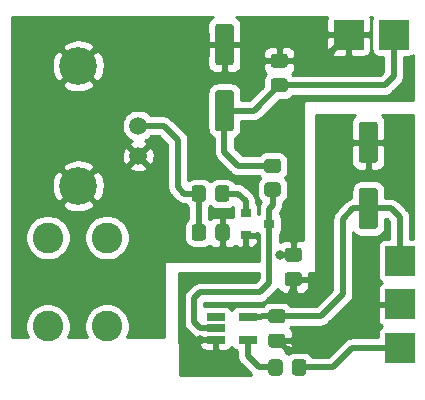
<source format=gbr>
%TF.GenerationSoftware,KiCad,Pcbnew,5.1.12-84ad8e8a86~92~ubuntu20.04.1*%
%TF.CreationDate,2022-06-17T21:56:11+02:00*%
%TF.ProjectId,bkm-68x-simple-hv-addon,626b6d2d-3638-4782-9d73-696d706c652d,rev?*%
%TF.SameCoordinates,Original*%
%TF.FileFunction,Copper,L1,Top*%
%TF.FilePolarity,Positive*%
%FSLAX46Y46*%
G04 Gerber Fmt 4.6, Leading zero omitted, Abs format (unit mm)*
G04 Created by KiCad (PCBNEW 5.1.12-84ad8e8a86~92~ubuntu20.04.1) date 2022-06-17 21:56:11*
%MOMM*%
%LPD*%
G01*
G04 APERTURE LIST*
%TA.AperFunction,ComponentPad*%
%ADD10C,1.500000*%
%TD*%
%TA.AperFunction,ComponentPad*%
%ADD11C,3.200000*%
%TD*%
%TA.AperFunction,SMDPad,CuDef*%
%ADD12R,2.500000X2.500000*%
%TD*%
%TA.AperFunction,SMDPad,CuDef*%
%ADD13R,0.900000X0.800000*%
%TD*%
%TA.AperFunction,ComponentPad*%
%ADD14C,2.600000*%
%TD*%
%TA.AperFunction,SMDPad,CuDef*%
%ADD15R,1.560000X0.650000*%
%TD*%
%TA.AperFunction,ViaPad*%
%ADD16C,0.800000*%
%TD*%
%TA.AperFunction,Conductor*%
%ADD17C,0.500000*%
%TD*%
%TA.AperFunction,Conductor*%
%ADD18C,0.254000*%
%TD*%
%TA.AperFunction,Conductor*%
%ADD19C,0.100000*%
%TD*%
G04 APERTURE END LIST*
%TO.P,C202,2*%
%TO.N,GND*%
%TA.AperFunction,SMDPad,CuDef*%
G36*
G01*
X118143000Y-143071000D02*
X119093000Y-143071000D01*
G75*
G02*
X119343000Y-143321000I0J-250000D01*
G01*
X119343000Y-143996000D01*
G75*
G02*
X119093000Y-144246000I-250000J0D01*
G01*
X118143000Y-144246000D01*
G75*
G02*
X117893000Y-143996000I0J250000D01*
G01*
X117893000Y-143321000D01*
G75*
G02*
X118143000Y-143071000I250000J0D01*
G01*
G37*
%TD.AperFunction*%
%TO.P,C202,1*%
%TO.N,+3V3*%
%TA.AperFunction,SMDPad,CuDef*%
G36*
G01*
X118143000Y-140996000D02*
X119093000Y-140996000D01*
G75*
G02*
X119343000Y-141246000I0J-250000D01*
G01*
X119343000Y-141921000D01*
G75*
G02*
X119093000Y-142171000I-250000J0D01*
G01*
X118143000Y-142171000D01*
G75*
G02*
X117893000Y-141921000I0J250000D01*
G01*
X117893000Y-141246000D01*
G75*
G02*
X118143000Y-140996000I250000J0D01*
G01*
G37*
%TD.AperFunction*%
%TD*%
D10*
%TO.P,J101,2*%
%TO.N,GNDA*%
X106879201Y-128016000D03*
D11*
X101799201Y-120396000D03*
X101799201Y-130556000D03*
D10*
%TO.P,J101,1*%
%TO.N,Net-(J101-Pad1)*%
X106879201Y-125476000D03*
%TD*%
D12*
%TO.P,TP203,1*%
%TO.N,Net-(R201-Pad2)*%
X129032000Y-144272000D03*
%TD*%
%TO.P,C201,2*%
%TO.N,GND*%
%TA.AperFunction,SMDPad,CuDef*%
G36*
G01*
X126915000Y-128617000D02*
X125815000Y-128617000D01*
G75*
G02*
X125565000Y-128367000I0J250000D01*
G01*
X125565000Y-125367000D01*
G75*
G02*
X125815000Y-125117000I250000J0D01*
G01*
X126915000Y-125117000D01*
G75*
G02*
X127165000Y-125367000I0J-250000D01*
G01*
X127165000Y-128367000D01*
G75*
G02*
X126915000Y-128617000I-250000J0D01*
G01*
G37*
%TD.AperFunction*%
%TO.P,C201,1*%
%TO.N,+3V3*%
%TA.AperFunction,SMDPad,CuDef*%
G36*
G01*
X126915000Y-134217000D02*
X125815000Y-134217000D01*
G75*
G02*
X125565000Y-133967000I0J250000D01*
G01*
X125565000Y-130967000D01*
G75*
G02*
X125815000Y-130717000I250000J0D01*
G01*
X126915000Y-130717000D01*
G75*
G02*
X127165000Y-130967000I0J-250000D01*
G01*
X127165000Y-133967000D01*
G75*
G02*
X126915000Y-134217000I-250000J0D01*
G01*
G37*
%TD.AperFunction*%
%TD*%
%TO.P,C101,1*%
%TO.N,+5VA*%
%TA.AperFunction,SMDPad,CuDef*%
G36*
G01*
X114735700Y-125936600D02*
X113635700Y-125936600D01*
G75*
G02*
X113385700Y-125686600I0J250000D01*
G01*
X113385700Y-122686600D01*
G75*
G02*
X113635700Y-122436600I250000J0D01*
G01*
X114735700Y-122436600D01*
G75*
G02*
X114985700Y-122686600I0J-250000D01*
G01*
X114985700Y-125686600D01*
G75*
G02*
X114735700Y-125936600I-250000J0D01*
G01*
G37*
%TD.AperFunction*%
%TO.P,C101,2*%
%TO.N,GNDA*%
%TA.AperFunction,SMDPad,CuDef*%
G36*
G01*
X114735700Y-120336600D02*
X113635700Y-120336600D01*
G75*
G02*
X113385700Y-120086600I0J250000D01*
G01*
X113385700Y-117086600D01*
G75*
G02*
X113635700Y-116836600I250000J0D01*
G01*
X114735700Y-116836600D01*
G75*
G02*
X114985700Y-117086600I0J-250000D01*
G01*
X114985700Y-120086600D01*
G75*
G02*
X114735700Y-120336600I-250000J0D01*
G01*
G37*
%TD.AperFunction*%
%TD*%
D13*
%TO.P,Q101,1*%
%TO.N,Net-(Q101-Pad1)*%
X115967000Y-132847400D03*
%TO.P,Q101,2*%
%TO.N,GNDA*%
X115967000Y-134747400D03*
%TO.P,Q101,3*%
%TO.N,Net-(Q101-Pad3)*%
X117967000Y-133797400D03*
%TD*%
D12*
%TO.P,TP101,1*%
%TO.N,+5VA*%
X128520000Y-117750000D03*
%TD*%
%TO.P,TP102,1*%
%TO.N,GNDA*%
X124700000Y-117754400D03*
%TD*%
%TO.P,TP201,1*%
%TO.N,+3V3*%
X129032000Y-136906000D03*
%TD*%
%TO.P,TP202,1*%
%TO.N,GND*%
X129032000Y-140589000D03*
%TD*%
%TO.P,C102,1*%
%TO.N,+5VA*%
%TA.AperFunction,SMDPad,CuDef*%
G36*
G01*
X119296200Y-122617900D02*
X118346200Y-122617900D01*
G75*
G02*
X118096200Y-122367900I0J250000D01*
G01*
X118096200Y-121692900D01*
G75*
G02*
X118346200Y-121442900I250000J0D01*
G01*
X119296200Y-121442900D01*
G75*
G02*
X119546200Y-121692900I0J-250000D01*
G01*
X119546200Y-122367900D01*
G75*
G02*
X119296200Y-122617900I-250000J0D01*
G01*
G37*
%TD.AperFunction*%
%TO.P,C102,2*%
%TO.N,GNDA*%
%TA.AperFunction,SMDPad,CuDef*%
G36*
G01*
X119296200Y-120542900D02*
X118346200Y-120542900D01*
G75*
G02*
X118096200Y-120292900I0J250000D01*
G01*
X118096200Y-119617900D01*
G75*
G02*
X118346200Y-119367900I250000J0D01*
G01*
X119296200Y-119367900D01*
G75*
G02*
X119546200Y-119617900I0J-250000D01*
G01*
X119546200Y-120292900D01*
G75*
G02*
X119296200Y-120542900I-250000J0D01*
G01*
G37*
%TD.AperFunction*%
%TD*%
%TO.P,R101,2*%
%TO.N,Net-(J101-Pad1)*%
%TA.AperFunction,SMDPad,CuDef*%
G36*
G01*
X112599900Y-130756599D02*
X112599900Y-131656601D01*
G75*
G02*
X112349901Y-131906600I-249999J0D01*
G01*
X111649899Y-131906600D01*
G75*
G02*
X111399900Y-131656601I0J249999D01*
G01*
X111399900Y-130756599D01*
G75*
G02*
X111649899Y-130506600I249999J0D01*
G01*
X112349901Y-130506600D01*
G75*
G02*
X112599900Y-130756599I0J-249999D01*
G01*
G37*
%TD.AperFunction*%
%TO.P,R101,1*%
%TO.N,Net-(Q101-Pad1)*%
%TA.AperFunction,SMDPad,CuDef*%
G36*
G01*
X114599900Y-130756599D02*
X114599900Y-131656601D01*
G75*
G02*
X114349901Y-131906600I-249999J0D01*
G01*
X113649899Y-131906600D01*
G75*
G02*
X113399900Y-131656601I0J249999D01*
G01*
X113399900Y-130756599D01*
G75*
G02*
X113649899Y-130506600I249999J0D01*
G01*
X114349901Y-130506600D01*
G75*
G02*
X114599900Y-130756599I0J-249999D01*
G01*
G37*
%TD.AperFunction*%
%TD*%
%TO.P,R102,1*%
%TO.N,Net-(Q101-Pad3)*%
%TA.AperFunction,SMDPad,CuDef*%
G36*
G01*
X118707701Y-131460400D02*
X117807699Y-131460400D01*
G75*
G02*
X117557700Y-131210401I0J249999D01*
G01*
X117557700Y-130510399D01*
G75*
G02*
X117807699Y-130260400I249999J0D01*
G01*
X118707701Y-130260400D01*
G75*
G02*
X118957700Y-130510399I0J-249999D01*
G01*
X118957700Y-131210401D01*
G75*
G02*
X118707701Y-131460400I-249999J0D01*
G01*
G37*
%TD.AperFunction*%
%TO.P,R102,2*%
%TO.N,+5VA*%
%TA.AperFunction,SMDPad,CuDef*%
G36*
G01*
X118707701Y-129460400D02*
X117807699Y-129460400D01*
G75*
G02*
X117557700Y-129210401I0J249999D01*
G01*
X117557700Y-128510399D01*
G75*
G02*
X117807699Y-128260400I249999J0D01*
G01*
X118707701Y-128260400D01*
G75*
G02*
X118957700Y-128510399I0J-249999D01*
G01*
X118957700Y-129210401D01*
G75*
G02*
X118707701Y-129460400I-249999J0D01*
G01*
G37*
%TD.AperFunction*%
%TD*%
%TO.P,R103,2*%
%TO.N,GNDA*%
%TA.AperFunction,SMDPad,CuDef*%
G36*
G01*
X113412600Y-134933201D02*
X113412600Y-134033199D01*
G75*
G02*
X113662599Y-133783200I249999J0D01*
G01*
X114362601Y-133783200D01*
G75*
G02*
X114612600Y-134033199I0J-249999D01*
G01*
X114612600Y-134933201D01*
G75*
G02*
X114362601Y-135183200I-249999J0D01*
G01*
X113662599Y-135183200D01*
G75*
G02*
X113412600Y-134933201I0J249999D01*
G01*
G37*
%TD.AperFunction*%
%TO.P,R103,1*%
%TO.N,Net-(J101-Pad1)*%
%TA.AperFunction,SMDPad,CuDef*%
G36*
G01*
X111412600Y-134933201D02*
X111412600Y-134033199D01*
G75*
G02*
X111662599Y-133783200I249999J0D01*
G01*
X112362601Y-133783200D01*
G75*
G02*
X112612600Y-134033199I0J-249999D01*
G01*
X112612600Y-134933201D01*
G75*
G02*
X112362601Y-135183200I-249999J0D01*
G01*
X111662599Y-135183200D01*
G75*
G02*
X111412600Y-134933201I0J249999D01*
G01*
G37*
%TD.AperFunction*%
%TD*%
%TO.P,R201,1*%
%TO.N,Net-(R201-Pad1)*%
%TA.AperFunction,SMDPad,CuDef*%
G36*
G01*
X117907000Y-146373001D02*
X117907000Y-145472999D01*
G75*
G02*
X118156999Y-145223000I249999J0D01*
G01*
X118857001Y-145223000D01*
G75*
G02*
X119107000Y-145472999I0J-249999D01*
G01*
X119107000Y-146373001D01*
G75*
G02*
X118857001Y-146623000I-249999J0D01*
G01*
X118156999Y-146623000D01*
G75*
G02*
X117907000Y-146373001I0J249999D01*
G01*
G37*
%TD.AperFunction*%
%TO.P,R201,2*%
%TO.N,Net-(R201-Pad2)*%
%TA.AperFunction,SMDPad,CuDef*%
G36*
G01*
X119907000Y-146373001D02*
X119907000Y-145472999D01*
G75*
G02*
X120156999Y-145223000I249999J0D01*
G01*
X120857001Y-145223000D01*
G75*
G02*
X121107000Y-145472999I0J-249999D01*
G01*
X121107000Y-146373001D01*
G75*
G02*
X120857001Y-146623000I-249999J0D01*
G01*
X120156999Y-146623000D01*
G75*
G02*
X119907000Y-146373001I0J249999D01*
G01*
G37*
%TD.AperFunction*%
%TD*%
D14*
%TO.P,H101,S*%
%TO.N,N/C*%
X99227000Y-142434000D03*
X104227000Y-142434000D03*
X104227000Y-134934000D03*
X99227000Y-134934000D03*
%TD*%
%TO.P,C103,1*%
%TO.N,GND*%
%TA.AperFunction,SMDPad,CuDef*%
G36*
G01*
X120490000Y-139039000D02*
X119540000Y-139039000D01*
G75*
G02*
X119290000Y-138789000I0J250000D01*
G01*
X119290000Y-138114000D01*
G75*
G02*
X119540000Y-137864000I250000J0D01*
G01*
X120490000Y-137864000D01*
G75*
G02*
X120740000Y-138114000I0J-250000D01*
G01*
X120740000Y-138789000D01*
G75*
G02*
X120490000Y-139039000I-250000J0D01*
G01*
G37*
%TD.AperFunction*%
%TO.P,C103,2*%
%TO.N,GNDA*%
%TA.AperFunction,SMDPad,CuDef*%
G36*
G01*
X120490000Y-136964000D02*
X119540000Y-136964000D01*
G75*
G02*
X119290000Y-136714000I0J250000D01*
G01*
X119290000Y-136039000D01*
G75*
G02*
X119540000Y-135789000I250000J0D01*
G01*
X120490000Y-135789000D01*
G75*
G02*
X120740000Y-136039000I0J-250000D01*
G01*
X120740000Y-136714000D01*
G75*
G02*
X120490000Y-136964000I-250000J0D01*
G01*
G37*
%TD.AperFunction*%
%TD*%
D15*
%TO.P,U201,1*%
%TO.N,N/C*%
X113458000Y-141671000D03*
%TO.P,U201,2*%
%TO.N,Net-(Q101-Pad3)*%
X113458000Y-142621000D03*
%TO.P,U201,3*%
%TO.N,GND*%
X113458000Y-143571000D03*
%TO.P,U201,4*%
%TO.N,Net-(R201-Pad1)*%
X116158000Y-143571000D03*
%TO.P,U201,5*%
%TO.N,+3V3*%
X116158000Y-141671000D03*
%TD*%
D16*
%TO.N,GNDA*%
X123100000Y-119300000D03*
X118872000Y-136398000D03*
%TO.N,GND*%
X120015000Y-139573000D03*
X112125800Y-143571000D03*
X119608600Y-144526000D03*
%TD*%
D17*
%TO.N,+5VA*%
X116665000Y-124186600D02*
X118821200Y-122030400D01*
X114185700Y-124186600D02*
X116665000Y-124186600D01*
X121386600Y-122047000D02*
X124714000Y-122047000D01*
X128520000Y-117750000D02*
X128520000Y-121280000D01*
X127753000Y-122047000D02*
X124714000Y-122047000D01*
X128520000Y-121280000D02*
X127753000Y-122047000D01*
X115360400Y-128860400D02*
X118257700Y-128860400D01*
X121370000Y-122030400D02*
X121386600Y-122047000D01*
X118821200Y-122030400D02*
X121370000Y-122030400D01*
X114185700Y-127685700D02*
X115360400Y-128860400D01*
X114185700Y-124186600D02*
X114185700Y-127685700D01*
%TO.N,GNDA*%
X124645600Y-117754400D02*
X123100000Y-119300000D01*
X124700000Y-117754400D02*
X124645600Y-117754400D01*
X118893500Y-136376500D02*
X118872000Y-136398000D01*
X119993500Y-136398000D02*
X120015000Y-136376500D01*
X118872000Y-136398000D02*
X119993500Y-136398000D01*
%TO.N,GND*%
X120015000Y-138451500D02*
X120015000Y-139573000D01*
X112125800Y-143571000D02*
X113458000Y-143571000D01*
X119608600Y-144526000D02*
X118741100Y-143658500D01*
X118741100Y-143658500D02*
X118618000Y-143658500D01*
%TO.N,+3V3*%
X118530500Y-141671000D02*
X118618000Y-141583500D01*
X126365000Y-132467000D02*
X128276000Y-132467000D01*
X129032000Y-133223000D02*
X129032000Y-136906000D01*
X128276000Y-132467000D02*
X129032000Y-133223000D01*
X116158000Y-141671000D02*
X117307400Y-141671000D01*
X117394900Y-141583500D02*
X118618000Y-141583500D01*
X117307400Y-141671000D02*
X117394900Y-141583500D01*
X125089000Y-132467000D02*
X126365000Y-132467000D01*
X124206000Y-133350000D02*
X125089000Y-132467000D01*
X124206000Y-139700000D02*
X124206000Y-133350000D01*
X122322500Y-141583500D02*
X124206000Y-139700000D01*
X118618000Y-141583500D02*
X122322500Y-141583500D01*
%TO.N,Net-(J101-Pad1)*%
X111999900Y-134470500D02*
X112012600Y-134483200D01*
X111999900Y-131206600D02*
X111999900Y-134470500D01*
X109029500Y-125476000D02*
X106879201Y-125476000D01*
X110236000Y-126682500D02*
X109029500Y-125476000D01*
X110236000Y-130683000D02*
X110236000Y-126682500D01*
X110759600Y-131206600D02*
X110236000Y-130683000D01*
X111999900Y-131206600D02*
X110759600Y-131206600D01*
%TO.N,Net-(Q101-Pad1)*%
X113999900Y-131206600D02*
X115331600Y-131206600D01*
X115967000Y-131842000D02*
X115967000Y-132847400D01*
X115331600Y-131206600D02*
X115967000Y-131842000D01*
%TO.N,Net-(Q101-Pad3)*%
X118257700Y-132186300D02*
X118257700Y-130772900D01*
X117967000Y-132477000D02*
X118257700Y-132186300D01*
X117967000Y-133797400D02*
X117967000Y-132477000D01*
X112141000Y-142621000D02*
X113458000Y-142621000D01*
X111607600Y-142087600D02*
X112141000Y-142621000D01*
X111607600Y-140055600D02*
X111607600Y-142087600D01*
X112090200Y-139573000D02*
X111607600Y-140055600D01*
X117170200Y-139573000D02*
X112090200Y-139573000D01*
X117983000Y-138760200D02*
X117170200Y-139573000D01*
X117983000Y-135693400D02*
X117983000Y-138760200D01*
X117967000Y-135677400D02*
X117983000Y-135693400D01*
X117967000Y-133797400D02*
X117967000Y-135677400D01*
%TO.N,Net-(R201-Pad1)*%
X117094000Y-145923000D02*
X118507000Y-145923000D01*
X116158000Y-144987000D02*
X117094000Y-145923000D01*
X116158000Y-143571000D02*
X116158000Y-144987000D01*
%TO.N,Net-(R201-Pad2)*%
X120507000Y-145923000D02*
X123342400Y-145923000D01*
X124993400Y-144272000D02*
X129032000Y-144272000D01*
X123342400Y-145923000D02*
X124993400Y-144272000D01*
%TD*%
D18*
%TO.N,GNDA*%
X113141520Y-116247098D02*
X113031206Y-116306063D01*
X112934515Y-116385415D01*
X112855163Y-116482106D01*
X112796198Y-116592420D01*
X112759888Y-116712118D01*
X112747628Y-116836600D01*
X112750700Y-118300850D01*
X112909450Y-118459600D01*
X114058700Y-118459600D01*
X114058700Y-118439600D01*
X114312700Y-118439600D01*
X114312700Y-118459600D01*
X115461950Y-118459600D01*
X115620700Y-118300850D01*
X115623772Y-116836600D01*
X115611512Y-116712118D01*
X115575202Y-116592420D01*
X115516237Y-116482106D01*
X115436885Y-116385415D01*
X115340194Y-116306063D01*
X115229880Y-116247098D01*
X115173515Y-116230000D01*
X122876651Y-116230000D01*
X122860498Y-116260220D01*
X122824188Y-116379918D01*
X122811928Y-116504400D01*
X122815000Y-117468650D01*
X122973750Y-117627400D01*
X124573000Y-117627400D01*
X124573000Y-117607400D01*
X124827000Y-117607400D01*
X124827000Y-117627400D01*
X126426250Y-117627400D01*
X126585000Y-117468650D01*
X126588072Y-116504400D01*
X126575812Y-116379918D01*
X126539502Y-116260220D01*
X126523349Y-116230000D01*
X126694299Y-116230000D01*
X126680498Y-116255820D01*
X126644188Y-116375518D01*
X126631928Y-116500000D01*
X126631928Y-119000000D01*
X126644188Y-119124482D01*
X126680498Y-119244180D01*
X126739463Y-119354494D01*
X126818815Y-119451185D01*
X126915506Y-119530537D01*
X127025820Y-119589502D01*
X127145518Y-119625812D01*
X127270000Y-119638072D01*
X127635001Y-119638072D01*
X127635001Y-120913420D01*
X127386422Y-121162000D01*
X121556000Y-121162000D01*
X121543490Y-121158205D01*
X121413477Y-121145400D01*
X121413469Y-121145400D01*
X121370000Y-121141119D01*
X121326531Y-121145400D01*
X119990195Y-121145400D01*
X119924162Y-121064938D01*
X119917606Y-121059558D01*
X119997385Y-120994085D01*
X120076737Y-120897394D01*
X120135702Y-120787080D01*
X120172012Y-120667382D01*
X120184272Y-120542900D01*
X120181200Y-120241150D01*
X120022450Y-120082400D01*
X118948200Y-120082400D01*
X118948200Y-120102400D01*
X118694200Y-120102400D01*
X118694200Y-120082400D01*
X117619950Y-120082400D01*
X117461200Y-120241150D01*
X117458128Y-120542900D01*
X117470388Y-120667382D01*
X117506698Y-120787080D01*
X117565663Y-120897394D01*
X117645015Y-120994085D01*
X117724794Y-121059558D01*
X117718238Y-121064938D01*
X117607795Y-121199514D01*
X117525728Y-121353050D01*
X117475192Y-121519646D01*
X117458128Y-121692900D01*
X117458128Y-122141893D01*
X116298422Y-123301600D01*
X115623772Y-123301600D01*
X115623772Y-122686600D01*
X115606708Y-122513346D01*
X115556172Y-122346750D01*
X115474105Y-122193214D01*
X115363662Y-122058638D01*
X115229086Y-121948195D01*
X115075550Y-121866128D01*
X114908954Y-121815592D01*
X114735700Y-121798528D01*
X113635700Y-121798528D01*
X113462446Y-121815592D01*
X113295850Y-121866128D01*
X113142314Y-121948195D01*
X113007738Y-122058638D01*
X112897295Y-122193214D01*
X112815228Y-122346750D01*
X112764692Y-122513346D01*
X112747628Y-122686600D01*
X112747628Y-125686600D01*
X112764692Y-125859854D01*
X112815228Y-126026450D01*
X112897295Y-126179986D01*
X113007738Y-126314562D01*
X113142314Y-126425005D01*
X113295850Y-126507072D01*
X113300701Y-126508543D01*
X113300701Y-127642221D01*
X113296419Y-127685700D01*
X113313505Y-127859190D01*
X113364112Y-128026013D01*
X113446290Y-128179759D01*
X113529168Y-128280746D01*
X113529171Y-128280749D01*
X113556884Y-128314517D01*
X113590651Y-128342229D01*
X114703870Y-129455449D01*
X114731583Y-129489217D01*
X114765351Y-129516930D01*
X114765353Y-129516932D01*
X114866341Y-129599811D01*
X115020086Y-129681989D01*
X115091944Y-129703787D01*
X115186910Y-129732595D01*
X115316923Y-129745400D01*
X115316931Y-129745400D01*
X115360400Y-129749681D01*
X115403869Y-129745400D01*
X117103446Y-129745400D01*
X117179738Y-129838362D01*
X117206591Y-129860400D01*
X117179738Y-129882438D01*
X117069295Y-130017013D01*
X116987228Y-130170549D01*
X116936692Y-130337145D01*
X116919628Y-130510399D01*
X116919628Y-131210401D01*
X116936692Y-131383655D01*
X116987228Y-131550251D01*
X117069295Y-131703787D01*
X117179738Y-131838362D01*
X117279232Y-131920015D01*
X117227590Y-131982941D01*
X117145412Y-132136687D01*
X117094805Y-132303510D01*
X117077719Y-132477000D01*
X117082001Y-132520478D01*
X117082001Y-132932932D01*
X117065815Y-132946215D01*
X117055072Y-132959305D01*
X117055072Y-132447400D01*
X117042812Y-132322918D01*
X117006502Y-132203220D01*
X116947537Y-132092906D01*
X116868185Y-131996215D01*
X116852000Y-131982932D01*
X116852000Y-131885465D01*
X116856281Y-131841999D01*
X116852000Y-131798533D01*
X116852000Y-131798523D01*
X116839195Y-131668510D01*
X116788589Y-131501687D01*
X116706411Y-131347941D01*
X116595817Y-131213183D01*
X116562050Y-131185471D01*
X115988132Y-130611554D01*
X115960417Y-130577783D01*
X115825659Y-130467189D01*
X115671913Y-130385011D01*
X115505090Y-130334405D01*
X115375077Y-130321600D01*
X115375069Y-130321600D01*
X115331600Y-130317319D01*
X115288131Y-130321600D01*
X115119514Y-130321600D01*
X115088305Y-130263213D01*
X114977862Y-130128638D01*
X114843287Y-130018195D01*
X114689751Y-129936128D01*
X114523155Y-129885592D01*
X114349901Y-129868528D01*
X113649899Y-129868528D01*
X113476645Y-129885592D01*
X113310049Y-129936128D01*
X113156513Y-130018195D01*
X113021938Y-130128638D01*
X112999900Y-130155491D01*
X112977862Y-130128638D01*
X112843287Y-130018195D01*
X112689751Y-129936128D01*
X112523155Y-129885592D01*
X112349901Y-129868528D01*
X111649899Y-129868528D01*
X111476645Y-129885592D01*
X111310049Y-129936128D01*
X111156513Y-130018195D01*
X111121000Y-130047340D01*
X111121000Y-126725969D01*
X111125281Y-126682500D01*
X111121000Y-126639031D01*
X111121000Y-126639023D01*
X111108195Y-126509010D01*
X111057589Y-126342187D01*
X111057589Y-126342186D01*
X110975411Y-126188441D01*
X110892532Y-126087453D01*
X110892530Y-126087451D01*
X110864817Y-126053683D01*
X110831049Y-126025970D01*
X109686034Y-124880956D01*
X109658317Y-124847183D01*
X109523559Y-124736589D01*
X109369813Y-124654411D01*
X109202990Y-124603805D01*
X109072977Y-124591000D01*
X109072969Y-124591000D01*
X109029500Y-124586719D01*
X108986031Y-124591000D01*
X107952886Y-124591000D01*
X107762087Y-124400201D01*
X107535244Y-124248629D01*
X107283190Y-124144225D01*
X107015612Y-124091000D01*
X106742790Y-124091000D01*
X106475212Y-124144225D01*
X106223158Y-124248629D01*
X105996315Y-124400201D01*
X105803402Y-124593114D01*
X105651830Y-124819957D01*
X105547426Y-125072011D01*
X105494201Y-125339589D01*
X105494201Y-125612411D01*
X105547426Y-125879989D01*
X105651830Y-126132043D01*
X105803402Y-126358886D01*
X105996315Y-126551799D01*
X106223158Y-126703371D01*
X106322480Y-126744511D01*
X106280369Y-126759723D01*
X106167338Y-126820140D01*
X106101813Y-127059007D01*
X106879201Y-127836395D01*
X107656589Y-127059007D01*
X107591064Y-126820140D01*
X107432724Y-126745836D01*
X107535244Y-126703371D01*
X107762087Y-126551799D01*
X107952886Y-126361000D01*
X108662922Y-126361000D01*
X109351001Y-127049080D01*
X109351000Y-130639531D01*
X109346719Y-130683000D01*
X109351000Y-130726469D01*
X109351000Y-130726476D01*
X109362212Y-130840314D01*
X109363805Y-130856490D01*
X109379157Y-130907096D01*
X109414411Y-131023312D01*
X109496589Y-131177058D01*
X109607183Y-131311817D01*
X109640956Y-131339534D01*
X110103066Y-131801644D01*
X110130783Y-131835417D01*
X110265541Y-131946011D01*
X110419287Y-132028189D01*
X110586110Y-132078795D01*
X110716123Y-132091600D01*
X110716133Y-132091600D01*
X110759599Y-132095881D01*
X110803065Y-132091600D01*
X110880286Y-132091600D01*
X110911495Y-132149987D01*
X111021938Y-132284562D01*
X111114900Y-132360854D01*
X111114901Y-133339368D01*
X111034638Y-133405238D01*
X110924195Y-133539813D01*
X110842128Y-133693349D01*
X110791592Y-133859945D01*
X110774528Y-134033199D01*
X110774528Y-134933201D01*
X110791592Y-135106455D01*
X110842128Y-135273051D01*
X110924195Y-135426587D01*
X111034638Y-135561162D01*
X111169213Y-135671605D01*
X111322749Y-135753672D01*
X111489345Y-135804208D01*
X111662599Y-135821272D01*
X112362601Y-135821272D01*
X112535855Y-135804208D01*
X112702451Y-135753672D01*
X112855987Y-135671605D01*
X112937237Y-135604924D01*
X112961415Y-135634385D01*
X113058106Y-135713737D01*
X113168420Y-135772702D01*
X113288118Y-135809012D01*
X113412600Y-135821272D01*
X113726850Y-135818200D01*
X113885600Y-135659450D01*
X113885600Y-134610200D01*
X113865600Y-134610200D01*
X113865600Y-134356200D01*
X113885600Y-134356200D01*
X113885600Y-133306950D01*
X113726850Y-133148200D01*
X113412600Y-133145128D01*
X113288118Y-133157388D01*
X113168420Y-133193698D01*
X113058106Y-133252663D01*
X112961415Y-133332015D01*
X112937237Y-133361476D01*
X112884900Y-133318523D01*
X112884900Y-132360854D01*
X112977862Y-132284562D01*
X112999900Y-132257709D01*
X113021938Y-132284562D01*
X113156513Y-132395005D01*
X113310049Y-132477072D01*
X113476645Y-132527608D01*
X113649899Y-132544672D01*
X114349901Y-132544672D01*
X114523155Y-132527608D01*
X114689751Y-132477072D01*
X114843287Y-132395005D01*
X114887676Y-132358576D01*
X114878928Y-132447400D01*
X114878928Y-133205537D01*
X114856780Y-133193698D01*
X114737082Y-133157388D01*
X114612600Y-133145128D01*
X114298350Y-133148200D01*
X114139600Y-133306950D01*
X114139600Y-134356200D01*
X114159600Y-134356200D01*
X114159600Y-134610200D01*
X114139600Y-134610200D01*
X114139600Y-135659450D01*
X114298350Y-135818200D01*
X114612600Y-135821272D01*
X114737082Y-135809012D01*
X114856780Y-135772702D01*
X114967094Y-135713737D01*
X115063785Y-135634385D01*
X115082158Y-135611997D01*
X115162506Y-135677937D01*
X115272820Y-135736902D01*
X115392518Y-135773212D01*
X115517000Y-135785472D01*
X115681250Y-135782400D01*
X115840000Y-135623650D01*
X115840000Y-134874400D01*
X116094000Y-134874400D01*
X116094000Y-135623650D01*
X116252750Y-135782400D01*
X116417000Y-135785472D01*
X116541482Y-135773212D01*
X116661180Y-135736902D01*
X116771494Y-135677937D01*
X116868185Y-135598585D01*
X116947537Y-135501894D01*
X117006502Y-135391580D01*
X117042812Y-135271882D01*
X117055072Y-135147400D01*
X117052000Y-135033150D01*
X116893250Y-134874400D01*
X116094000Y-134874400D01*
X115840000Y-134874400D01*
X115820000Y-134874400D01*
X115820000Y-134620400D01*
X115840000Y-134620400D01*
X115840000Y-134600400D01*
X116094000Y-134600400D01*
X116094000Y-134620400D01*
X116893250Y-134620400D01*
X116977857Y-134535793D01*
X116986463Y-134551894D01*
X117065815Y-134648585D01*
X117082000Y-134661868D01*
X117082001Y-135633921D01*
X117077719Y-135677400D01*
X117094805Y-135850890D01*
X117098000Y-135861422D01*
X117098000Y-136906000D01*
X109220000Y-136906000D01*
X109195224Y-136908440D01*
X109171399Y-136915667D01*
X109149443Y-136927403D01*
X109130197Y-136943197D01*
X109114403Y-136962443D01*
X109102667Y-136984399D01*
X109095440Y-137008224D01*
X109093000Y-137033000D01*
X109093000Y-143358000D01*
X105936808Y-143358000D01*
X105941775Y-143350566D01*
X106087639Y-142998419D01*
X106162000Y-142624581D01*
X106162000Y-142243419D01*
X106087639Y-141869581D01*
X105941775Y-141517434D01*
X105730013Y-141200509D01*
X105460491Y-140930987D01*
X105143566Y-140719225D01*
X104791419Y-140573361D01*
X104417581Y-140499000D01*
X104036419Y-140499000D01*
X103662581Y-140573361D01*
X103310434Y-140719225D01*
X102993509Y-140930987D01*
X102723987Y-141200509D01*
X102512225Y-141517434D01*
X102366361Y-141869581D01*
X102292000Y-142243419D01*
X102292000Y-142624581D01*
X102366361Y-142998419D01*
X102512225Y-143350566D01*
X102517192Y-143358000D01*
X100936808Y-143358000D01*
X100941775Y-143350566D01*
X101087639Y-142998419D01*
X101162000Y-142624581D01*
X101162000Y-142243419D01*
X101087639Y-141869581D01*
X100941775Y-141517434D01*
X100730013Y-141200509D01*
X100460491Y-140930987D01*
X100143566Y-140719225D01*
X99791419Y-140573361D01*
X99417581Y-140499000D01*
X99036419Y-140499000D01*
X98662581Y-140573361D01*
X98310434Y-140719225D01*
X97993509Y-140930987D01*
X97723987Y-141200509D01*
X97512225Y-141517434D01*
X97366361Y-141869581D01*
X97292000Y-142243419D01*
X97292000Y-142624581D01*
X97366361Y-142998419D01*
X97512225Y-143350566D01*
X97517192Y-143358000D01*
X96164000Y-143358000D01*
X96164000Y-134743419D01*
X97292000Y-134743419D01*
X97292000Y-135124581D01*
X97366361Y-135498419D01*
X97512225Y-135850566D01*
X97723987Y-136167491D01*
X97993509Y-136437013D01*
X98310434Y-136648775D01*
X98662581Y-136794639D01*
X99036419Y-136869000D01*
X99417581Y-136869000D01*
X99791419Y-136794639D01*
X100143566Y-136648775D01*
X100460491Y-136437013D01*
X100730013Y-136167491D01*
X100941775Y-135850566D01*
X101087639Y-135498419D01*
X101162000Y-135124581D01*
X101162000Y-134743419D01*
X102292000Y-134743419D01*
X102292000Y-135124581D01*
X102366361Y-135498419D01*
X102512225Y-135850566D01*
X102723987Y-136167491D01*
X102993509Y-136437013D01*
X103310434Y-136648775D01*
X103662581Y-136794639D01*
X104036419Y-136869000D01*
X104417581Y-136869000D01*
X104791419Y-136794639D01*
X105143566Y-136648775D01*
X105460491Y-136437013D01*
X105730013Y-136167491D01*
X105941775Y-135850566D01*
X106087639Y-135498419D01*
X106162000Y-135124581D01*
X106162000Y-134743419D01*
X106087639Y-134369581D01*
X105941775Y-134017434D01*
X105730013Y-133700509D01*
X105460491Y-133430987D01*
X105143566Y-133219225D01*
X104791419Y-133073361D01*
X104417581Y-132999000D01*
X104036419Y-132999000D01*
X103662581Y-133073361D01*
X103310434Y-133219225D01*
X102993509Y-133430987D01*
X102723987Y-133700509D01*
X102512225Y-134017434D01*
X102366361Y-134369581D01*
X102292000Y-134743419D01*
X101162000Y-134743419D01*
X101087639Y-134369581D01*
X100941775Y-134017434D01*
X100730013Y-133700509D01*
X100460491Y-133430987D01*
X100143566Y-133219225D01*
X99791419Y-133073361D01*
X99417581Y-132999000D01*
X99036419Y-132999000D01*
X98662581Y-133073361D01*
X98310434Y-133219225D01*
X97993509Y-133430987D01*
X97723987Y-133700509D01*
X97512225Y-134017434D01*
X97366361Y-134369581D01*
X97292000Y-134743419D01*
X96164000Y-134743419D01*
X96164000Y-132118845D01*
X100415962Y-132118845D01*
X100584003Y-132444643D01*
X100975808Y-132645426D01*
X101399256Y-132765914D01*
X101838074Y-132801476D01*
X102275398Y-132750746D01*
X102694422Y-132615674D01*
X103014399Y-132444643D01*
X103182440Y-132118845D01*
X101799201Y-130735605D01*
X100415962Y-132118845D01*
X96164000Y-132118845D01*
X96164000Y-130594873D01*
X99553725Y-130594873D01*
X99604455Y-131032197D01*
X99739527Y-131451221D01*
X99910558Y-131771198D01*
X100236356Y-131939239D01*
X101619596Y-130556000D01*
X101978806Y-130556000D01*
X103362046Y-131939239D01*
X103687844Y-131771198D01*
X103888627Y-131379393D01*
X104009115Y-130955945D01*
X104044677Y-130517127D01*
X103993947Y-130079803D01*
X103858875Y-129660779D01*
X103687844Y-129340802D01*
X103362046Y-129172761D01*
X101978806Y-130556000D01*
X101619596Y-130556000D01*
X100236356Y-129172761D01*
X99910558Y-129340802D01*
X99709775Y-129732607D01*
X99589287Y-130156055D01*
X99553725Y-130594873D01*
X96164000Y-130594873D01*
X96164000Y-128993155D01*
X100415962Y-128993155D01*
X101799201Y-130376395D01*
X103182440Y-128993155D01*
X103172041Y-128972993D01*
X106101813Y-128972993D01*
X106167338Y-129211860D01*
X106414317Y-129327760D01*
X106679161Y-129393250D01*
X106951693Y-129405812D01*
X107221439Y-129364965D01*
X107478033Y-129272277D01*
X107591064Y-129211860D01*
X107656589Y-128972993D01*
X106879201Y-128195605D01*
X106101813Y-128972993D01*
X103172041Y-128972993D01*
X103014399Y-128667357D01*
X102622594Y-128466574D01*
X102199146Y-128346086D01*
X101760328Y-128310524D01*
X101323004Y-128361254D01*
X100903980Y-128496326D01*
X100584003Y-128667357D01*
X100415962Y-128993155D01*
X96164000Y-128993155D01*
X96164000Y-128088492D01*
X105489389Y-128088492D01*
X105530236Y-128358238D01*
X105622924Y-128614832D01*
X105683341Y-128727863D01*
X105922208Y-128793388D01*
X106699596Y-128016000D01*
X107058806Y-128016000D01*
X107836194Y-128793388D01*
X108075061Y-128727863D01*
X108190961Y-128480884D01*
X108256451Y-128216040D01*
X108269013Y-127943508D01*
X108228166Y-127673762D01*
X108135478Y-127417168D01*
X108075061Y-127304137D01*
X107836194Y-127238612D01*
X107058806Y-128016000D01*
X106699596Y-128016000D01*
X105922208Y-127238612D01*
X105683341Y-127304137D01*
X105567441Y-127551116D01*
X105501951Y-127815960D01*
X105489389Y-128088492D01*
X96164000Y-128088492D01*
X96164000Y-121958845D01*
X100415962Y-121958845D01*
X100584003Y-122284643D01*
X100975808Y-122485426D01*
X101399256Y-122605914D01*
X101838074Y-122641476D01*
X102275398Y-122590746D01*
X102694422Y-122455674D01*
X103014399Y-122284643D01*
X103182440Y-121958845D01*
X101799201Y-120575605D01*
X100415962Y-121958845D01*
X96164000Y-121958845D01*
X96164000Y-120434873D01*
X99553725Y-120434873D01*
X99604455Y-120872197D01*
X99739527Y-121291221D01*
X99910558Y-121611198D01*
X100236356Y-121779239D01*
X101619596Y-120396000D01*
X101978806Y-120396000D01*
X103362046Y-121779239D01*
X103687844Y-121611198D01*
X103888627Y-121219393D01*
X104009115Y-120795945D01*
X104044677Y-120357127D01*
X104042296Y-120336600D01*
X112747628Y-120336600D01*
X112759888Y-120461082D01*
X112796198Y-120580780D01*
X112855163Y-120691094D01*
X112934515Y-120787785D01*
X113031206Y-120867137D01*
X113141520Y-120926102D01*
X113261218Y-120962412D01*
X113385700Y-120974672D01*
X113899950Y-120971600D01*
X114058700Y-120812850D01*
X114058700Y-118713600D01*
X114312700Y-118713600D01*
X114312700Y-120812850D01*
X114471450Y-120971600D01*
X114985700Y-120974672D01*
X115110182Y-120962412D01*
X115229880Y-120926102D01*
X115340194Y-120867137D01*
X115436885Y-120787785D01*
X115516237Y-120691094D01*
X115575202Y-120580780D01*
X115611512Y-120461082D01*
X115623772Y-120336600D01*
X115621740Y-119367900D01*
X117458128Y-119367900D01*
X117461200Y-119669650D01*
X117619950Y-119828400D01*
X118694200Y-119828400D01*
X118694200Y-118891650D01*
X118948200Y-118891650D01*
X118948200Y-119828400D01*
X120022450Y-119828400D01*
X120181200Y-119669650D01*
X120184272Y-119367900D01*
X120172012Y-119243418D01*
X120135702Y-119123720D01*
X120076737Y-119013406D01*
X120069346Y-119004400D01*
X122811928Y-119004400D01*
X122824188Y-119128882D01*
X122860498Y-119248580D01*
X122919463Y-119358894D01*
X122998815Y-119455585D01*
X123095506Y-119534937D01*
X123205820Y-119593902D01*
X123325518Y-119630212D01*
X123450000Y-119642472D01*
X124414250Y-119639400D01*
X124573000Y-119480650D01*
X124573000Y-117881400D01*
X124827000Y-117881400D01*
X124827000Y-119480650D01*
X124985750Y-119639400D01*
X125950000Y-119642472D01*
X126074482Y-119630212D01*
X126194180Y-119593902D01*
X126304494Y-119534937D01*
X126401185Y-119455585D01*
X126480537Y-119358894D01*
X126539502Y-119248580D01*
X126575812Y-119128882D01*
X126588072Y-119004400D01*
X126585000Y-118040150D01*
X126426250Y-117881400D01*
X124827000Y-117881400D01*
X124573000Y-117881400D01*
X122973750Y-117881400D01*
X122815000Y-118040150D01*
X122811928Y-119004400D01*
X120069346Y-119004400D01*
X119997385Y-118916715D01*
X119900694Y-118837363D01*
X119790380Y-118778398D01*
X119670682Y-118742088D01*
X119546200Y-118729828D01*
X119106950Y-118732900D01*
X118948200Y-118891650D01*
X118694200Y-118891650D01*
X118535450Y-118732900D01*
X118096200Y-118729828D01*
X117971718Y-118742088D01*
X117852020Y-118778398D01*
X117741706Y-118837363D01*
X117645015Y-118916715D01*
X117565663Y-119013406D01*
X117506698Y-119123720D01*
X117470388Y-119243418D01*
X117458128Y-119367900D01*
X115621740Y-119367900D01*
X115620700Y-118872350D01*
X115461950Y-118713600D01*
X114312700Y-118713600D01*
X114058700Y-118713600D01*
X112909450Y-118713600D01*
X112750700Y-118872350D01*
X112747628Y-120336600D01*
X104042296Y-120336600D01*
X103993947Y-119919803D01*
X103858875Y-119500779D01*
X103687844Y-119180802D01*
X103362046Y-119012761D01*
X101978806Y-120396000D01*
X101619596Y-120396000D01*
X100236356Y-119012761D01*
X99910558Y-119180802D01*
X99709775Y-119572607D01*
X99589287Y-119996055D01*
X99553725Y-120434873D01*
X96164000Y-120434873D01*
X96164000Y-118833155D01*
X100415962Y-118833155D01*
X101799201Y-120216395D01*
X103182440Y-118833155D01*
X103014399Y-118507357D01*
X102622594Y-118306574D01*
X102199146Y-118186086D01*
X101760328Y-118150524D01*
X101323004Y-118201254D01*
X100903980Y-118336326D01*
X100584003Y-118507357D01*
X100415962Y-118833155D01*
X96164000Y-118833155D01*
X96164000Y-116230000D01*
X113197885Y-116230000D01*
X113141520Y-116247098D01*
%TA.AperFunction,Conductor*%
D19*
G36*
X113141520Y-116247098D02*
G01*
X113031206Y-116306063D01*
X112934515Y-116385415D01*
X112855163Y-116482106D01*
X112796198Y-116592420D01*
X112759888Y-116712118D01*
X112747628Y-116836600D01*
X112750700Y-118300850D01*
X112909450Y-118459600D01*
X114058700Y-118459600D01*
X114058700Y-118439600D01*
X114312700Y-118439600D01*
X114312700Y-118459600D01*
X115461950Y-118459600D01*
X115620700Y-118300850D01*
X115623772Y-116836600D01*
X115611512Y-116712118D01*
X115575202Y-116592420D01*
X115516237Y-116482106D01*
X115436885Y-116385415D01*
X115340194Y-116306063D01*
X115229880Y-116247098D01*
X115173515Y-116230000D01*
X122876651Y-116230000D01*
X122860498Y-116260220D01*
X122824188Y-116379918D01*
X122811928Y-116504400D01*
X122815000Y-117468650D01*
X122973750Y-117627400D01*
X124573000Y-117627400D01*
X124573000Y-117607400D01*
X124827000Y-117607400D01*
X124827000Y-117627400D01*
X126426250Y-117627400D01*
X126585000Y-117468650D01*
X126588072Y-116504400D01*
X126575812Y-116379918D01*
X126539502Y-116260220D01*
X126523349Y-116230000D01*
X126694299Y-116230000D01*
X126680498Y-116255820D01*
X126644188Y-116375518D01*
X126631928Y-116500000D01*
X126631928Y-119000000D01*
X126644188Y-119124482D01*
X126680498Y-119244180D01*
X126739463Y-119354494D01*
X126818815Y-119451185D01*
X126915506Y-119530537D01*
X127025820Y-119589502D01*
X127145518Y-119625812D01*
X127270000Y-119638072D01*
X127635001Y-119638072D01*
X127635001Y-120913420D01*
X127386422Y-121162000D01*
X121556000Y-121162000D01*
X121543490Y-121158205D01*
X121413477Y-121145400D01*
X121413469Y-121145400D01*
X121370000Y-121141119D01*
X121326531Y-121145400D01*
X119990195Y-121145400D01*
X119924162Y-121064938D01*
X119917606Y-121059558D01*
X119997385Y-120994085D01*
X120076737Y-120897394D01*
X120135702Y-120787080D01*
X120172012Y-120667382D01*
X120184272Y-120542900D01*
X120181200Y-120241150D01*
X120022450Y-120082400D01*
X118948200Y-120082400D01*
X118948200Y-120102400D01*
X118694200Y-120102400D01*
X118694200Y-120082400D01*
X117619950Y-120082400D01*
X117461200Y-120241150D01*
X117458128Y-120542900D01*
X117470388Y-120667382D01*
X117506698Y-120787080D01*
X117565663Y-120897394D01*
X117645015Y-120994085D01*
X117724794Y-121059558D01*
X117718238Y-121064938D01*
X117607795Y-121199514D01*
X117525728Y-121353050D01*
X117475192Y-121519646D01*
X117458128Y-121692900D01*
X117458128Y-122141893D01*
X116298422Y-123301600D01*
X115623772Y-123301600D01*
X115623772Y-122686600D01*
X115606708Y-122513346D01*
X115556172Y-122346750D01*
X115474105Y-122193214D01*
X115363662Y-122058638D01*
X115229086Y-121948195D01*
X115075550Y-121866128D01*
X114908954Y-121815592D01*
X114735700Y-121798528D01*
X113635700Y-121798528D01*
X113462446Y-121815592D01*
X113295850Y-121866128D01*
X113142314Y-121948195D01*
X113007738Y-122058638D01*
X112897295Y-122193214D01*
X112815228Y-122346750D01*
X112764692Y-122513346D01*
X112747628Y-122686600D01*
X112747628Y-125686600D01*
X112764692Y-125859854D01*
X112815228Y-126026450D01*
X112897295Y-126179986D01*
X113007738Y-126314562D01*
X113142314Y-126425005D01*
X113295850Y-126507072D01*
X113300701Y-126508543D01*
X113300701Y-127642221D01*
X113296419Y-127685700D01*
X113313505Y-127859190D01*
X113364112Y-128026013D01*
X113446290Y-128179759D01*
X113529168Y-128280746D01*
X113529171Y-128280749D01*
X113556884Y-128314517D01*
X113590651Y-128342229D01*
X114703870Y-129455449D01*
X114731583Y-129489217D01*
X114765351Y-129516930D01*
X114765353Y-129516932D01*
X114866341Y-129599811D01*
X115020086Y-129681989D01*
X115091944Y-129703787D01*
X115186910Y-129732595D01*
X115316923Y-129745400D01*
X115316931Y-129745400D01*
X115360400Y-129749681D01*
X115403869Y-129745400D01*
X117103446Y-129745400D01*
X117179738Y-129838362D01*
X117206591Y-129860400D01*
X117179738Y-129882438D01*
X117069295Y-130017013D01*
X116987228Y-130170549D01*
X116936692Y-130337145D01*
X116919628Y-130510399D01*
X116919628Y-131210401D01*
X116936692Y-131383655D01*
X116987228Y-131550251D01*
X117069295Y-131703787D01*
X117179738Y-131838362D01*
X117279232Y-131920015D01*
X117227590Y-131982941D01*
X117145412Y-132136687D01*
X117094805Y-132303510D01*
X117077719Y-132477000D01*
X117082001Y-132520478D01*
X117082001Y-132932932D01*
X117065815Y-132946215D01*
X117055072Y-132959305D01*
X117055072Y-132447400D01*
X117042812Y-132322918D01*
X117006502Y-132203220D01*
X116947537Y-132092906D01*
X116868185Y-131996215D01*
X116852000Y-131982932D01*
X116852000Y-131885465D01*
X116856281Y-131841999D01*
X116852000Y-131798533D01*
X116852000Y-131798523D01*
X116839195Y-131668510D01*
X116788589Y-131501687D01*
X116706411Y-131347941D01*
X116595817Y-131213183D01*
X116562050Y-131185471D01*
X115988132Y-130611554D01*
X115960417Y-130577783D01*
X115825659Y-130467189D01*
X115671913Y-130385011D01*
X115505090Y-130334405D01*
X115375077Y-130321600D01*
X115375069Y-130321600D01*
X115331600Y-130317319D01*
X115288131Y-130321600D01*
X115119514Y-130321600D01*
X115088305Y-130263213D01*
X114977862Y-130128638D01*
X114843287Y-130018195D01*
X114689751Y-129936128D01*
X114523155Y-129885592D01*
X114349901Y-129868528D01*
X113649899Y-129868528D01*
X113476645Y-129885592D01*
X113310049Y-129936128D01*
X113156513Y-130018195D01*
X113021938Y-130128638D01*
X112999900Y-130155491D01*
X112977862Y-130128638D01*
X112843287Y-130018195D01*
X112689751Y-129936128D01*
X112523155Y-129885592D01*
X112349901Y-129868528D01*
X111649899Y-129868528D01*
X111476645Y-129885592D01*
X111310049Y-129936128D01*
X111156513Y-130018195D01*
X111121000Y-130047340D01*
X111121000Y-126725969D01*
X111125281Y-126682500D01*
X111121000Y-126639031D01*
X111121000Y-126639023D01*
X111108195Y-126509010D01*
X111057589Y-126342187D01*
X111057589Y-126342186D01*
X110975411Y-126188441D01*
X110892532Y-126087453D01*
X110892530Y-126087451D01*
X110864817Y-126053683D01*
X110831049Y-126025970D01*
X109686034Y-124880956D01*
X109658317Y-124847183D01*
X109523559Y-124736589D01*
X109369813Y-124654411D01*
X109202990Y-124603805D01*
X109072977Y-124591000D01*
X109072969Y-124591000D01*
X109029500Y-124586719D01*
X108986031Y-124591000D01*
X107952886Y-124591000D01*
X107762087Y-124400201D01*
X107535244Y-124248629D01*
X107283190Y-124144225D01*
X107015612Y-124091000D01*
X106742790Y-124091000D01*
X106475212Y-124144225D01*
X106223158Y-124248629D01*
X105996315Y-124400201D01*
X105803402Y-124593114D01*
X105651830Y-124819957D01*
X105547426Y-125072011D01*
X105494201Y-125339589D01*
X105494201Y-125612411D01*
X105547426Y-125879989D01*
X105651830Y-126132043D01*
X105803402Y-126358886D01*
X105996315Y-126551799D01*
X106223158Y-126703371D01*
X106322480Y-126744511D01*
X106280369Y-126759723D01*
X106167338Y-126820140D01*
X106101813Y-127059007D01*
X106879201Y-127836395D01*
X107656589Y-127059007D01*
X107591064Y-126820140D01*
X107432724Y-126745836D01*
X107535244Y-126703371D01*
X107762087Y-126551799D01*
X107952886Y-126361000D01*
X108662922Y-126361000D01*
X109351001Y-127049080D01*
X109351000Y-130639531D01*
X109346719Y-130683000D01*
X109351000Y-130726469D01*
X109351000Y-130726476D01*
X109362212Y-130840314D01*
X109363805Y-130856490D01*
X109379157Y-130907096D01*
X109414411Y-131023312D01*
X109496589Y-131177058D01*
X109607183Y-131311817D01*
X109640956Y-131339534D01*
X110103066Y-131801644D01*
X110130783Y-131835417D01*
X110265541Y-131946011D01*
X110419287Y-132028189D01*
X110586110Y-132078795D01*
X110716123Y-132091600D01*
X110716133Y-132091600D01*
X110759599Y-132095881D01*
X110803065Y-132091600D01*
X110880286Y-132091600D01*
X110911495Y-132149987D01*
X111021938Y-132284562D01*
X111114900Y-132360854D01*
X111114901Y-133339368D01*
X111034638Y-133405238D01*
X110924195Y-133539813D01*
X110842128Y-133693349D01*
X110791592Y-133859945D01*
X110774528Y-134033199D01*
X110774528Y-134933201D01*
X110791592Y-135106455D01*
X110842128Y-135273051D01*
X110924195Y-135426587D01*
X111034638Y-135561162D01*
X111169213Y-135671605D01*
X111322749Y-135753672D01*
X111489345Y-135804208D01*
X111662599Y-135821272D01*
X112362601Y-135821272D01*
X112535855Y-135804208D01*
X112702451Y-135753672D01*
X112855987Y-135671605D01*
X112937237Y-135604924D01*
X112961415Y-135634385D01*
X113058106Y-135713737D01*
X113168420Y-135772702D01*
X113288118Y-135809012D01*
X113412600Y-135821272D01*
X113726850Y-135818200D01*
X113885600Y-135659450D01*
X113885600Y-134610200D01*
X113865600Y-134610200D01*
X113865600Y-134356200D01*
X113885600Y-134356200D01*
X113885600Y-133306950D01*
X113726850Y-133148200D01*
X113412600Y-133145128D01*
X113288118Y-133157388D01*
X113168420Y-133193698D01*
X113058106Y-133252663D01*
X112961415Y-133332015D01*
X112937237Y-133361476D01*
X112884900Y-133318523D01*
X112884900Y-132360854D01*
X112977862Y-132284562D01*
X112999900Y-132257709D01*
X113021938Y-132284562D01*
X113156513Y-132395005D01*
X113310049Y-132477072D01*
X113476645Y-132527608D01*
X113649899Y-132544672D01*
X114349901Y-132544672D01*
X114523155Y-132527608D01*
X114689751Y-132477072D01*
X114843287Y-132395005D01*
X114887676Y-132358576D01*
X114878928Y-132447400D01*
X114878928Y-133205537D01*
X114856780Y-133193698D01*
X114737082Y-133157388D01*
X114612600Y-133145128D01*
X114298350Y-133148200D01*
X114139600Y-133306950D01*
X114139600Y-134356200D01*
X114159600Y-134356200D01*
X114159600Y-134610200D01*
X114139600Y-134610200D01*
X114139600Y-135659450D01*
X114298350Y-135818200D01*
X114612600Y-135821272D01*
X114737082Y-135809012D01*
X114856780Y-135772702D01*
X114967094Y-135713737D01*
X115063785Y-135634385D01*
X115082158Y-135611997D01*
X115162506Y-135677937D01*
X115272820Y-135736902D01*
X115392518Y-135773212D01*
X115517000Y-135785472D01*
X115681250Y-135782400D01*
X115840000Y-135623650D01*
X115840000Y-134874400D01*
X116094000Y-134874400D01*
X116094000Y-135623650D01*
X116252750Y-135782400D01*
X116417000Y-135785472D01*
X116541482Y-135773212D01*
X116661180Y-135736902D01*
X116771494Y-135677937D01*
X116868185Y-135598585D01*
X116947537Y-135501894D01*
X117006502Y-135391580D01*
X117042812Y-135271882D01*
X117055072Y-135147400D01*
X117052000Y-135033150D01*
X116893250Y-134874400D01*
X116094000Y-134874400D01*
X115840000Y-134874400D01*
X115820000Y-134874400D01*
X115820000Y-134620400D01*
X115840000Y-134620400D01*
X115840000Y-134600400D01*
X116094000Y-134600400D01*
X116094000Y-134620400D01*
X116893250Y-134620400D01*
X116977857Y-134535793D01*
X116986463Y-134551894D01*
X117065815Y-134648585D01*
X117082000Y-134661868D01*
X117082001Y-135633921D01*
X117077719Y-135677400D01*
X117094805Y-135850890D01*
X117098000Y-135861422D01*
X117098000Y-136906000D01*
X109220000Y-136906000D01*
X109195224Y-136908440D01*
X109171399Y-136915667D01*
X109149443Y-136927403D01*
X109130197Y-136943197D01*
X109114403Y-136962443D01*
X109102667Y-136984399D01*
X109095440Y-137008224D01*
X109093000Y-137033000D01*
X109093000Y-143358000D01*
X105936808Y-143358000D01*
X105941775Y-143350566D01*
X106087639Y-142998419D01*
X106162000Y-142624581D01*
X106162000Y-142243419D01*
X106087639Y-141869581D01*
X105941775Y-141517434D01*
X105730013Y-141200509D01*
X105460491Y-140930987D01*
X105143566Y-140719225D01*
X104791419Y-140573361D01*
X104417581Y-140499000D01*
X104036419Y-140499000D01*
X103662581Y-140573361D01*
X103310434Y-140719225D01*
X102993509Y-140930987D01*
X102723987Y-141200509D01*
X102512225Y-141517434D01*
X102366361Y-141869581D01*
X102292000Y-142243419D01*
X102292000Y-142624581D01*
X102366361Y-142998419D01*
X102512225Y-143350566D01*
X102517192Y-143358000D01*
X100936808Y-143358000D01*
X100941775Y-143350566D01*
X101087639Y-142998419D01*
X101162000Y-142624581D01*
X101162000Y-142243419D01*
X101087639Y-141869581D01*
X100941775Y-141517434D01*
X100730013Y-141200509D01*
X100460491Y-140930987D01*
X100143566Y-140719225D01*
X99791419Y-140573361D01*
X99417581Y-140499000D01*
X99036419Y-140499000D01*
X98662581Y-140573361D01*
X98310434Y-140719225D01*
X97993509Y-140930987D01*
X97723987Y-141200509D01*
X97512225Y-141517434D01*
X97366361Y-141869581D01*
X97292000Y-142243419D01*
X97292000Y-142624581D01*
X97366361Y-142998419D01*
X97512225Y-143350566D01*
X97517192Y-143358000D01*
X96164000Y-143358000D01*
X96164000Y-134743419D01*
X97292000Y-134743419D01*
X97292000Y-135124581D01*
X97366361Y-135498419D01*
X97512225Y-135850566D01*
X97723987Y-136167491D01*
X97993509Y-136437013D01*
X98310434Y-136648775D01*
X98662581Y-136794639D01*
X99036419Y-136869000D01*
X99417581Y-136869000D01*
X99791419Y-136794639D01*
X100143566Y-136648775D01*
X100460491Y-136437013D01*
X100730013Y-136167491D01*
X100941775Y-135850566D01*
X101087639Y-135498419D01*
X101162000Y-135124581D01*
X101162000Y-134743419D01*
X102292000Y-134743419D01*
X102292000Y-135124581D01*
X102366361Y-135498419D01*
X102512225Y-135850566D01*
X102723987Y-136167491D01*
X102993509Y-136437013D01*
X103310434Y-136648775D01*
X103662581Y-136794639D01*
X104036419Y-136869000D01*
X104417581Y-136869000D01*
X104791419Y-136794639D01*
X105143566Y-136648775D01*
X105460491Y-136437013D01*
X105730013Y-136167491D01*
X105941775Y-135850566D01*
X106087639Y-135498419D01*
X106162000Y-135124581D01*
X106162000Y-134743419D01*
X106087639Y-134369581D01*
X105941775Y-134017434D01*
X105730013Y-133700509D01*
X105460491Y-133430987D01*
X105143566Y-133219225D01*
X104791419Y-133073361D01*
X104417581Y-132999000D01*
X104036419Y-132999000D01*
X103662581Y-133073361D01*
X103310434Y-133219225D01*
X102993509Y-133430987D01*
X102723987Y-133700509D01*
X102512225Y-134017434D01*
X102366361Y-134369581D01*
X102292000Y-134743419D01*
X101162000Y-134743419D01*
X101087639Y-134369581D01*
X100941775Y-134017434D01*
X100730013Y-133700509D01*
X100460491Y-133430987D01*
X100143566Y-133219225D01*
X99791419Y-133073361D01*
X99417581Y-132999000D01*
X99036419Y-132999000D01*
X98662581Y-133073361D01*
X98310434Y-133219225D01*
X97993509Y-133430987D01*
X97723987Y-133700509D01*
X97512225Y-134017434D01*
X97366361Y-134369581D01*
X97292000Y-134743419D01*
X96164000Y-134743419D01*
X96164000Y-132118845D01*
X100415962Y-132118845D01*
X100584003Y-132444643D01*
X100975808Y-132645426D01*
X101399256Y-132765914D01*
X101838074Y-132801476D01*
X102275398Y-132750746D01*
X102694422Y-132615674D01*
X103014399Y-132444643D01*
X103182440Y-132118845D01*
X101799201Y-130735605D01*
X100415962Y-132118845D01*
X96164000Y-132118845D01*
X96164000Y-130594873D01*
X99553725Y-130594873D01*
X99604455Y-131032197D01*
X99739527Y-131451221D01*
X99910558Y-131771198D01*
X100236356Y-131939239D01*
X101619596Y-130556000D01*
X101978806Y-130556000D01*
X103362046Y-131939239D01*
X103687844Y-131771198D01*
X103888627Y-131379393D01*
X104009115Y-130955945D01*
X104044677Y-130517127D01*
X103993947Y-130079803D01*
X103858875Y-129660779D01*
X103687844Y-129340802D01*
X103362046Y-129172761D01*
X101978806Y-130556000D01*
X101619596Y-130556000D01*
X100236356Y-129172761D01*
X99910558Y-129340802D01*
X99709775Y-129732607D01*
X99589287Y-130156055D01*
X99553725Y-130594873D01*
X96164000Y-130594873D01*
X96164000Y-128993155D01*
X100415962Y-128993155D01*
X101799201Y-130376395D01*
X103182440Y-128993155D01*
X103172041Y-128972993D01*
X106101813Y-128972993D01*
X106167338Y-129211860D01*
X106414317Y-129327760D01*
X106679161Y-129393250D01*
X106951693Y-129405812D01*
X107221439Y-129364965D01*
X107478033Y-129272277D01*
X107591064Y-129211860D01*
X107656589Y-128972993D01*
X106879201Y-128195605D01*
X106101813Y-128972993D01*
X103172041Y-128972993D01*
X103014399Y-128667357D01*
X102622594Y-128466574D01*
X102199146Y-128346086D01*
X101760328Y-128310524D01*
X101323004Y-128361254D01*
X100903980Y-128496326D01*
X100584003Y-128667357D01*
X100415962Y-128993155D01*
X96164000Y-128993155D01*
X96164000Y-128088492D01*
X105489389Y-128088492D01*
X105530236Y-128358238D01*
X105622924Y-128614832D01*
X105683341Y-128727863D01*
X105922208Y-128793388D01*
X106699596Y-128016000D01*
X107058806Y-128016000D01*
X107836194Y-128793388D01*
X108075061Y-128727863D01*
X108190961Y-128480884D01*
X108256451Y-128216040D01*
X108269013Y-127943508D01*
X108228166Y-127673762D01*
X108135478Y-127417168D01*
X108075061Y-127304137D01*
X107836194Y-127238612D01*
X107058806Y-128016000D01*
X106699596Y-128016000D01*
X105922208Y-127238612D01*
X105683341Y-127304137D01*
X105567441Y-127551116D01*
X105501951Y-127815960D01*
X105489389Y-128088492D01*
X96164000Y-128088492D01*
X96164000Y-121958845D01*
X100415962Y-121958845D01*
X100584003Y-122284643D01*
X100975808Y-122485426D01*
X101399256Y-122605914D01*
X101838074Y-122641476D01*
X102275398Y-122590746D01*
X102694422Y-122455674D01*
X103014399Y-122284643D01*
X103182440Y-121958845D01*
X101799201Y-120575605D01*
X100415962Y-121958845D01*
X96164000Y-121958845D01*
X96164000Y-120434873D01*
X99553725Y-120434873D01*
X99604455Y-120872197D01*
X99739527Y-121291221D01*
X99910558Y-121611198D01*
X100236356Y-121779239D01*
X101619596Y-120396000D01*
X101978806Y-120396000D01*
X103362046Y-121779239D01*
X103687844Y-121611198D01*
X103888627Y-121219393D01*
X104009115Y-120795945D01*
X104044677Y-120357127D01*
X104042296Y-120336600D01*
X112747628Y-120336600D01*
X112759888Y-120461082D01*
X112796198Y-120580780D01*
X112855163Y-120691094D01*
X112934515Y-120787785D01*
X113031206Y-120867137D01*
X113141520Y-120926102D01*
X113261218Y-120962412D01*
X113385700Y-120974672D01*
X113899950Y-120971600D01*
X114058700Y-120812850D01*
X114058700Y-118713600D01*
X114312700Y-118713600D01*
X114312700Y-120812850D01*
X114471450Y-120971600D01*
X114985700Y-120974672D01*
X115110182Y-120962412D01*
X115229880Y-120926102D01*
X115340194Y-120867137D01*
X115436885Y-120787785D01*
X115516237Y-120691094D01*
X115575202Y-120580780D01*
X115611512Y-120461082D01*
X115623772Y-120336600D01*
X115621740Y-119367900D01*
X117458128Y-119367900D01*
X117461200Y-119669650D01*
X117619950Y-119828400D01*
X118694200Y-119828400D01*
X118694200Y-118891650D01*
X118948200Y-118891650D01*
X118948200Y-119828400D01*
X120022450Y-119828400D01*
X120181200Y-119669650D01*
X120184272Y-119367900D01*
X120172012Y-119243418D01*
X120135702Y-119123720D01*
X120076737Y-119013406D01*
X120069346Y-119004400D01*
X122811928Y-119004400D01*
X122824188Y-119128882D01*
X122860498Y-119248580D01*
X122919463Y-119358894D01*
X122998815Y-119455585D01*
X123095506Y-119534937D01*
X123205820Y-119593902D01*
X123325518Y-119630212D01*
X123450000Y-119642472D01*
X124414250Y-119639400D01*
X124573000Y-119480650D01*
X124573000Y-117881400D01*
X124827000Y-117881400D01*
X124827000Y-119480650D01*
X124985750Y-119639400D01*
X125950000Y-119642472D01*
X126074482Y-119630212D01*
X126194180Y-119593902D01*
X126304494Y-119534937D01*
X126401185Y-119455585D01*
X126480537Y-119358894D01*
X126539502Y-119248580D01*
X126575812Y-119128882D01*
X126588072Y-119004400D01*
X126585000Y-118040150D01*
X126426250Y-117881400D01*
X124827000Y-117881400D01*
X124573000Y-117881400D01*
X122973750Y-117881400D01*
X122815000Y-118040150D01*
X122811928Y-119004400D01*
X120069346Y-119004400D01*
X119997385Y-118916715D01*
X119900694Y-118837363D01*
X119790380Y-118778398D01*
X119670682Y-118742088D01*
X119546200Y-118729828D01*
X119106950Y-118732900D01*
X118948200Y-118891650D01*
X118694200Y-118891650D01*
X118535450Y-118732900D01*
X118096200Y-118729828D01*
X117971718Y-118742088D01*
X117852020Y-118778398D01*
X117741706Y-118837363D01*
X117645015Y-118916715D01*
X117565663Y-119013406D01*
X117506698Y-119123720D01*
X117470388Y-119243418D01*
X117458128Y-119367900D01*
X115621740Y-119367900D01*
X115620700Y-118872350D01*
X115461950Y-118713600D01*
X114312700Y-118713600D01*
X114058700Y-118713600D01*
X112909450Y-118713600D01*
X112750700Y-118872350D01*
X112747628Y-120336600D01*
X104042296Y-120336600D01*
X103993947Y-119919803D01*
X103858875Y-119500779D01*
X103687844Y-119180802D01*
X103362046Y-119012761D01*
X101978806Y-120396000D01*
X101619596Y-120396000D01*
X100236356Y-119012761D01*
X99910558Y-119180802D01*
X99709775Y-119572607D01*
X99589287Y-119996055D01*
X99553725Y-120434873D01*
X96164000Y-120434873D01*
X96164000Y-118833155D01*
X100415962Y-118833155D01*
X101799201Y-120216395D01*
X103182440Y-118833155D01*
X103014399Y-118507357D01*
X102622594Y-118306574D01*
X102199146Y-118186086D01*
X101760328Y-118150524D01*
X101323004Y-118201254D01*
X100903980Y-118336326D01*
X100584003Y-118507357D01*
X100415962Y-118833155D01*
X96164000Y-118833155D01*
X96164000Y-116230000D01*
X113197885Y-116230000D01*
X113141520Y-116247098D01*
G37*
%TD.AperFunction*%
D18*
X130150001Y-123317000D02*
X121000000Y-123317000D01*
X120975224Y-123319440D01*
X120951399Y-123326667D01*
X120929443Y-123338403D01*
X120910197Y-123354197D01*
X120894403Y-123373443D01*
X120882667Y-123395399D01*
X120875440Y-123419224D01*
X120873000Y-123444000D01*
X120873000Y-135165772D01*
X120864482Y-135163188D01*
X120740000Y-135150928D01*
X120300750Y-135154000D01*
X120142000Y-135312750D01*
X120142000Y-136249500D01*
X120162000Y-136249500D01*
X120162000Y-136503500D01*
X120142000Y-136503500D01*
X120142000Y-136523500D01*
X119888000Y-136523500D01*
X119888000Y-136503500D01*
X119868000Y-136503500D01*
X119868000Y-136249500D01*
X119888000Y-136249500D01*
X119888000Y-135312750D01*
X119729250Y-135154000D01*
X119290000Y-135150928D01*
X119165518Y-135163188D01*
X119045820Y-135199498D01*
X118935506Y-135258463D01*
X118852000Y-135326994D01*
X118852000Y-134661868D01*
X118868185Y-134648585D01*
X118947537Y-134551894D01*
X119006502Y-134441580D01*
X119042812Y-134321882D01*
X119055072Y-134197400D01*
X119055072Y-133397400D01*
X119042812Y-133272918D01*
X119006502Y-133153220D01*
X118947537Y-133042906D01*
X118868185Y-132946215D01*
X118852000Y-132932932D01*
X118852000Y-132843578D01*
X118852745Y-132842833D01*
X118886517Y-132815117D01*
X118997111Y-132680359D01*
X119079289Y-132526613D01*
X119129895Y-132359790D01*
X119142700Y-132229777D01*
X119142700Y-132229769D01*
X119146981Y-132186300D01*
X119142700Y-132142831D01*
X119142700Y-131980014D01*
X119201087Y-131948805D01*
X119335662Y-131838362D01*
X119446105Y-131703787D01*
X119528172Y-131550251D01*
X119578708Y-131383655D01*
X119595772Y-131210401D01*
X119595772Y-130510399D01*
X119578708Y-130337145D01*
X119528172Y-130170549D01*
X119446105Y-130017013D01*
X119335662Y-129882438D01*
X119308809Y-129860400D01*
X119335662Y-129838362D01*
X119446105Y-129703787D01*
X119528172Y-129550251D01*
X119578708Y-129383655D01*
X119595772Y-129210401D01*
X119595772Y-128510399D01*
X119578708Y-128337145D01*
X119528172Y-128170549D01*
X119446105Y-128017013D01*
X119335662Y-127882438D01*
X119201087Y-127771995D01*
X119047551Y-127689928D01*
X118880955Y-127639392D01*
X118707701Y-127622328D01*
X117807699Y-127622328D01*
X117634445Y-127639392D01*
X117467849Y-127689928D01*
X117314313Y-127771995D01*
X117179738Y-127882438D01*
X117103446Y-127975400D01*
X115726979Y-127975400D01*
X115070700Y-127319122D01*
X115070700Y-126508543D01*
X115075550Y-126507072D01*
X115229086Y-126425005D01*
X115363662Y-126314562D01*
X115474105Y-126179986D01*
X115556172Y-126026450D01*
X115606708Y-125859854D01*
X115623772Y-125686600D01*
X115623772Y-125071600D01*
X116621531Y-125071600D01*
X116665000Y-125075881D01*
X116708469Y-125071600D01*
X116708477Y-125071600D01*
X116838490Y-125058795D01*
X117005313Y-125008189D01*
X117159059Y-124926011D01*
X117293817Y-124815417D01*
X117321534Y-124781644D01*
X118847207Y-123255972D01*
X119296200Y-123255972D01*
X119469454Y-123238908D01*
X119636050Y-123188372D01*
X119789586Y-123106305D01*
X119924162Y-122995862D01*
X119990195Y-122915400D01*
X121200600Y-122915400D01*
X121213110Y-122919195D01*
X121343123Y-122932000D01*
X121343131Y-122932000D01*
X121386600Y-122936281D01*
X121430069Y-122932000D01*
X127709531Y-122932000D01*
X127753000Y-122936281D01*
X127796469Y-122932000D01*
X127796477Y-122932000D01*
X127926490Y-122919195D01*
X128093313Y-122868589D01*
X128247059Y-122786411D01*
X128381817Y-122675817D01*
X128409534Y-122642044D01*
X129115049Y-121936530D01*
X129148817Y-121908817D01*
X129183852Y-121866128D01*
X129259411Y-121774059D01*
X129341589Y-121620313D01*
X129392195Y-121453490D01*
X129405000Y-121323477D01*
X129405000Y-121323469D01*
X129409281Y-121280000D01*
X129405000Y-121236531D01*
X129405000Y-119638072D01*
X129770000Y-119638072D01*
X129894482Y-119625812D01*
X130014180Y-119589502D01*
X130124494Y-119530537D01*
X130150001Y-119509604D01*
X130150001Y-123317000D01*
%TA.AperFunction,Conductor*%
D19*
G36*
X130150001Y-123317000D02*
G01*
X121000000Y-123317000D01*
X120975224Y-123319440D01*
X120951399Y-123326667D01*
X120929443Y-123338403D01*
X120910197Y-123354197D01*
X120894403Y-123373443D01*
X120882667Y-123395399D01*
X120875440Y-123419224D01*
X120873000Y-123444000D01*
X120873000Y-135165772D01*
X120864482Y-135163188D01*
X120740000Y-135150928D01*
X120300750Y-135154000D01*
X120142000Y-135312750D01*
X120142000Y-136249500D01*
X120162000Y-136249500D01*
X120162000Y-136503500D01*
X120142000Y-136503500D01*
X120142000Y-136523500D01*
X119888000Y-136523500D01*
X119888000Y-136503500D01*
X119868000Y-136503500D01*
X119868000Y-136249500D01*
X119888000Y-136249500D01*
X119888000Y-135312750D01*
X119729250Y-135154000D01*
X119290000Y-135150928D01*
X119165518Y-135163188D01*
X119045820Y-135199498D01*
X118935506Y-135258463D01*
X118852000Y-135326994D01*
X118852000Y-134661868D01*
X118868185Y-134648585D01*
X118947537Y-134551894D01*
X119006502Y-134441580D01*
X119042812Y-134321882D01*
X119055072Y-134197400D01*
X119055072Y-133397400D01*
X119042812Y-133272918D01*
X119006502Y-133153220D01*
X118947537Y-133042906D01*
X118868185Y-132946215D01*
X118852000Y-132932932D01*
X118852000Y-132843578D01*
X118852745Y-132842833D01*
X118886517Y-132815117D01*
X118997111Y-132680359D01*
X119079289Y-132526613D01*
X119129895Y-132359790D01*
X119142700Y-132229777D01*
X119142700Y-132229769D01*
X119146981Y-132186300D01*
X119142700Y-132142831D01*
X119142700Y-131980014D01*
X119201087Y-131948805D01*
X119335662Y-131838362D01*
X119446105Y-131703787D01*
X119528172Y-131550251D01*
X119578708Y-131383655D01*
X119595772Y-131210401D01*
X119595772Y-130510399D01*
X119578708Y-130337145D01*
X119528172Y-130170549D01*
X119446105Y-130017013D01*
X119335662Y-129882438D01*
X119308809Y-129860400D01*
X119335662Y-129838362D01*
X119446105Y-129703787D01*
X119528172Y-129550251D01*
X119578708Y-129383655D01*
X119595772Y-129210401D01*
X119595772Y-128510399D01*
X119578708Y-128337145D01*
X119528172Y-128170549D01*
X119446105Y-128017013D01*
X119335662Y-127882438D01*
X119201087Y-127771995D01*
X119047551Y-127689928D01*
X118880955Y-127639392D01*
X118707701Y-127622328D01*
X117807699Y-127622328D01*
X117634445Y-127639392D01*
X117467849Y-127689928D01*
X117314313Y-127771995D01*
X117179738Y-127882438D01*
X117103446Y-127975400D01*
X115726979Y-127975400D01*
X115070700Y-127319122D01*
X115070700Y-126508543D01*
X115075550Y-126507072D01*
X115229086Y-126425005D01*
X115363662Y-126314562D01*
X115474105Y-126179986D01*
X115556172Y-126026450D01*
X115606708Y-125859854D01*
X115623772Y-125686600D01*
X115623772Y-125071600D01*
X116621531Y-125071600D01*
X116665000Y-125075881D01*
X116708469Y-125071600D01*
X116708477Y-125071600D01*
X116838490Y-125058795D01*
X117005313Y-125008189D01*
X117159059Y-124926011D01*
X117293817Y-124815417D01*
X117321534Y-124781644D01*
X118847207Y-123255972D01*
X119296200Y-123255972D01*
X119469454Y-123238908D01*
X119636050Y-123188372D01*
X119789586Y-123106305D01*
X119924162Y-122995862D01*
X119990195Y-122915400D01*
X121200600Y-122915400D01*
X121213110Y-122919195D01*
X121343123Y-122932000D01*
X121343131Y-122932000D01*
X121386600Y-122936281D01*
X121430069Y-122932000D01*
X127709531Y-122932000D01*
X127753000Y-122936281D01*
X127796469Y-122932000D01*
X127796477Y-122932000D01*
X127926490Y-122919195D01*
X128093313Y-122868589D01*
X128247059Y-122786411D01*
X128381817Y-122675817D01*
X128409534Y-122642044D01*
X129115049Y-121936530D01*
X129148817Y-121908817D01*
X129183852Y-121866128D01*
X129259411Y-121774059D01*
X129341589Y-121620313D01*
X129392195Y-121453490D01*
X129405000Y-121323477D01*
X129405000Y-121323469D01*
X129409281Y-121280000D01*
X129405000Y-121236531D01*
X129405000Y-119638072D01*
X129770000Y-119638072D01*
X129894482Y-119625812D01*
X130014180Y-119589502D01*
X130124494Y-119530537D01*
X130150001Y-119509604D01*
X130150001Y-123317000D01*
G37*
%TD.AperFunction*%
%TD*%
D18*
%TO.N,GND*%
X117098001Y-138393620D02*
X116803622Y-138688000D01*
X112133665Y-138688000D01*
X112090199Y-138683719D01*
X112046733Y-138688000D01*
X112046723Y-138688000D01*
X111916710Y-138700805D01*
X111749887Y-138751411D01*
X111596141Y-138833589D01*
X111461383Y-138944183D01*
X111433668Y-138977954D01*
X111012556Y-139399066D01*
X110978783Y-139426783D01*
X110868189Y-139561542D01*
X110786011Y-139715288D01*
X110735405Y-139882111D01*
X110722600Y-140012124D01*
X110722600Y-140012131D01*
X110718319Y-140055600D01*
X110722600Y-140099069D01*
X110722601Y-142044121D01*
X110718319Y-142087600D01*
X110735405Y-142261090D01*
X110786012Y-142427913D01*
X110868190Y-142581659D01*
X110951068Y-142682646D01*
X110951071Y-142682649D01*
X110978784Y-142716417D01*
X111012552Y-142744130D01*
X111484466Y-143216044D01*
X111512183Y-143249817D01*
X111545954Y-143277532D01*
X111646941Y-143360411D01*
X111800686Y-143442589D01*
X111967510Y-143493195D01*
X112097523Y-143506000D01*
X112097531Y-143506000D01*
X112141000Y-143510281D01*
X112184469Y-143506000D01*
X112378627Y-143506000D01*
X112433820Y-143535502D01*
X112553518Y-143571812D01*
X112678000Y-143584072D01*
X113605000Y-143584072D01*
X113605000Y-143698000D01*
X113585000Y-143698000D01*
X113585000Y-144372250D01*
X113743750Y-144531000D01*
X114238000Y-144534072D01*
X114362482Y-144521812D01*
X114482180Y-144485502D01*
X114592494Y-144426537D01*
X114689185Y-144347185D01*
X114768537Y-144250494D01*
X114808000Y-144176665D01*
X114847463Y-144250494D01*
X114926815Y-144347185D01*
X115023506Y-144426537D01*
X115133820Y-144485502D01*
X115253518Y-144521812D01*
X115273001Y-144523731D01*
X115273001Y-144943521D01*
X115268719Y-144987000D01*
X115285805Y-145160490D01*
X115336412Y-145327313D01*
X115418590Y-145481059D01*
X115501468Y-145582046D01*
X115501471Y-145582049D01*
X115529184Y-145615817D01*
X115562951Y-145643529D01*
X116437470Y-146518049D01*
X116449740Y-146533000D01*
X110388000Y-146533000D01*
X110388000Y-144050419D01*
X110391193Y-144018000D01*
X110379178Y-143896000D01*
X112039928Y-143896000D01*
X112052188Y-144020482D01*
X112088498Y-144140180D01*
X112147463Y-144250494D01*
X112226815Y-144347185D01*
X112323506Y-144426537D01*
X112433820Y-144485502D01*
X112553518Y-144521812D01*
X112678000Y-144534072D01*
X113172250Y-144531000D01*
X113331000Y-144372250D01*
X113331000Y-143698000D01*
X112201750Y-143698000D01*
X112043000Y-143856750D01*
X112039928Y-143896000D01*
X110379178Y-143896000D01*
X110378450Y-143888617D01*
X110363000Y-143837686D01*
X110363000Y-137922000D01*
X117098001Y-137922000D01*
X117098001Y-138393620D01*
%TA.AperFunction,Conductor*%
D19*
G36*
X117098001Y-138393620D02*
G01*
X116803622Y-138688000D01*
X112133665Y-138688000D01*
X112090199Y-138683719D01*
X112046733Y-138688000D01*
X112046723Y-138688000D01*
X111916710Y-138700805D01*
X111749887Y-138751411D01*
X111596141Y-138833589D01*
X111461383Y-138944183D01*
X111433668Y-138977954D01*
X111012556Y-139399066D01*
X110978783Y-139426783D01*
X110868189Y-139561542D01*
X110786011Y-139715288D01*
X110735405Y-139882111D01*
X110722600Y-140012124D01*
X110722600Y-140012131D01*
X110718319Y-140055600D01*
X110722600Y-140099069D01*
X110722601Y-142044121D01*
X110718319Y-142087600D01*
X110735405Y-142261090D01*
X110786012Y-142427913D01*
X110868190Y-142581659D01*
X110951068Y-142682646D01*
X110951071Y-142682649D01*
X110978784Y-142716417D01*
X111012552Y-142744130D01*
X111484466Y-143216044D01*
X111512183Y-143249817D01*
X111545954Y-143277532D01*
X111646941Y-143360411D01*
X111800686Y-143442589D01*
X111967510Y-143493195D01*
X112097523Y-143506000D01*
X112097531Y-143506000D01*
X112141000Y-143510281D01*
X112184469Y-143506000D01*
X112378627Y-143506000D01*
X112433820Y-143535502D01*
X112553518Y-143571812D01*
X112678000Y-143584072D01*
X113605000Y-143584072D01*
X113605000Y-143698000D01*
X113585000Y-143698000D01*
X113585000Y-144372250D01*
X113743750Y-144531000D01*
X114238000Y-144534072D01*
X114362482Y-144521812D01*
X114482180Y-144485502D01*
X114592494Y-144426537D01*
X114689185Y-144347185D01*
X114768537Y-144250494D01*
X114808000Y-144176665D01*
X114847463Y-144250494D01*
X114926815Y-144347185D01*
X115023506Y-144426537D01*
X115133820Y-144485502D01*
X115253518Y-144521812D01*
X115273001Y-144523731D01*
X115273001Y-144943521D01*
X115268719Y-144987000D01*
X115285805Y-145160490D01*
X115336412Y-145327313D01*
X115418590Y-145481059D01*
X115501468Y-145582046D01*
X115501471Y-145582049D01*
X115529184Y-145615817D01*
X115562951Y-145643529D01*
X116437470Y-146518049D01*
X116449740Y-146533000D01*
X110388000Y-146533000D01*
X110388000Y-144050419D01*
X110391193Y-144018000D01*
X110379178Y-143896000D01*
X112039928Y-143896000D01*
X112052188Y-144020482D01*
X112088498Y-144140180D01*
X112147463Y-144250494D01*
X112226815Y-144347185D01*
X112323506Y-144426537D01*
X112433820Y-144485502D01*
X112553518Y-144521812D01*
X112678000Y-144534072D01*
X113172250Y-144531000D01*
X113331000Y-144372250D01*
X113331000Y-143698000D01*
X112201750Y-143698000D01*
X112043000Y-143856750D01*
X112039928Y-143896000D01*
X110379178Y-143896000D01*
X110378450Y-143888617D01*
X110363000Y-143837686D01*
X110363000Y-137922000D01*
X117098001Y-137922000D01*
X117098001Y-138393620D01*
G37*
%TD.AperFunction*%
D18*
X128147000Y-133589579D02*
X128147000Y-135017928D01*
X127782000Y-135017928D01*
X127657518Y-135030188D01*
X127537820Y-135066498D01*
X127427506Y-135125463D01*
X127330815Y-135204815D01*
X127251463Y-135301506D01*
X127192498Y-135411820D01*
X127156188Y-135531518D01*
X127143928Y-135656000D01*
X127143928Y-138156000D01*
X127156188Y-138280482D01*
X127192498Y-138400180D01*
X127251463Y-138510494D01*
X127330815Y-138607185D01*
X127427506Y-138686537D01*
X127537820Y-138745502D01*
X127544407Y-138747500D01*
X127537820Y-138749498D01*
X127427506Y-138808463D01*
X127330815Y-138887815D01*
X127251463Y-138984506D01*
X127192498Y-139094820D01*
X127156188Y-139214518D01*
X127143928Y-139339000D01*
X127147000Y-140303250D01*
X127305750Y-140462000D01*
X128905000Y-140462000D01*
X128905000Y-140442000D01*
X129159000Y-140442000D01*
X129159000Y-140462000D01*
X129179000Y-140462000D01*
X129179000Y-140716000D01*
X129159000Y-140716000D01*
X129159000Y-140736000D01*
X128905000Y-140736000D01*
X128905000Y-140716000D01*
X127305750Y-140716000D01*
X127147000Y-140874750D01*
X127143928Y-141839000D01*
X127156188Y-141963482D01*
X127192498Y-142083180D01*
X127251463Y-142193494D01*
X127330815Y-142290185D01*
X127427506Y-142369537D01*
X127537820Y-142428502D01*
X127544407Y-142430500D01*
X127537820Y-142432498D01*
X127427506Y-142491463D01*
X127330815Y-142570815D01*
X127251463Y-142667506D01*
X127192498Y-142777820D01*
X127156188Y-142897518D01*
X127143928Y-143022000D01*
X127143928Y-143387000D01*
X125036869Y-143387000D01*
X124993400Y-143382719D01*
X124949931Y-143387000D01*
X124949923Y-143387000D01*
X124819910Y-143399805D01*
X124653086Y-143450411D01*
X124499341Y-143532589D01*
X124398353Y-143615468D01*
X124398351Y-143615470D01*
X124364583Y-143643183D01*
X124336870Y-143676951D01*
X122975822Y-145038000D01*
X121626614Y-145038000D01*
X121595405Y-144979613D01*
X121484962Y-144845038D01*
X121350387Y-144734595D01*
X121196851Y-144652528D01*
X121030255Y-144601992D01*
X120857001Y-144584928D01*
X120156999Y-144584928D01*
X119983745Y-144601992D01*
X119835370Y-144647001D01*
X119873537Y-144600494D01*
X119932502Y-144490180D01*
X119968812Y-144370482D01*
X119981072Y-144246000D01*
X119978000Y-143944250D01*
X119819250Y-143785500D01*
X118745000Y-143785500D01*
X118745000Y-143805500D01*
X118491000Y-143805500D01*
X118491000Y-143785500D01*
X118471000Y-143785500D01*
X118471000Y-143531500D01*
X118491000Y-143531500D01*
X118491000Y-143511500D01*
X118745000Y-143511500D01*
X118745000Y-143531500D01*
X119819250Y-143531500D01*
X119978000Y-143372750D01*
X119981072Y-143071000D01*
X119968812Y-142946518D01*
X119932502Y-142826820D01*
X119873537Y-142716506D01*
X119794185Y-142619815D01*
X119714406Y-142554342D01*
X119720962Y-142548962D01*
X119786995Y-142468500D01*
X122279031Y-142468500D01*
X122322500Y-142472781D01*
X122365969Y-142468500D01*
X122365977Y-142468500D01*
X122495990Y-142455695D01*
X122662813Y-142405089D01*
X122816559Y-142322911D01*
X122951317Y-142212317D01*
X122979034Y-142178544D01*
X124801050Y-140356529D01*
X124834817Y-140328817D01*
X124945411Y-140194059D01*
X125027589Y-140040313D01*
X125078195Y-139873490D01*
X125091000Y-139743477D01*
X125091000Y-139743467D01*
X125095281Y-139700001D01*
X125091000Y-139656535D01*
X125091000Y-134477939D01*
X125187038Y-134594962D01*
X125321614Y-134705405D01*
X125475150Y-134787472D01*
X125641746Y-134838008D01*
X125815000Y-134855072D01*
X126915000Y-134855072D01*
X127088254Y-134838008D01*
X127254850Y-134787472D01*
X127408386Y-134705405D01*
X127542962Y-134594962D01*
X127653405Y-134460386D01*
X127735472Y-134306850D01*
X127786008Y-134140254D01*
X127803072Y-133967000D01*
X127803072Y-133352000D01*
X127909422Y-133352000D01*
X128147000Y-133589579D01*
%TA.AperFunction,Conductor*%
D19*
G36*
X128147000Y-133589579D02*
G01*
X128147000Y-135017928D01*
X127782000Y-135017928D01*
X127657518Y-135030188D01*
X127537820Y-135066498D01*
X127427506Y-135125463D01*
X127330815Y-135204815D01*
X127251463Y-135301506D01*
X127192498Y-135411820D01*
X127156188Y-135531518D01*
X127143928Y-135656000D01*
X127143928Y-138156000D01*
X127156188Y-138280482D01*
X127192498Y-138400180D01*
X127251463Y-138510494D01*
X127330815Y-138607185D01*
X127427506Y-138686537D01*
X127537820Y-138745502D01*
X127544407Y-138747500D01*
X127537820Y-138749498D01*
X127427506Y-138808463D01*
X127330815Y-138887815D01*
X127251463Y-138984506D01*
X127192498Y-139094820D01*
X127156188Y-139214518D01*
X127143928Y-139339000D01*
X127147000Y-140303250D01*
X127305750Y-140462000D01*
X128905000Y-140462000D01*
X128905000Y-140442000D01*
X129159000Y-140442000D01*
X129159000Y-140462000D01*
X129179000Y-140462000D01*
X129179000Y-140716000D01*
X129159000Y-140716000D01*
X129159000Y-140736000D01*
X128905000Y-140736000D01*
X128905000Y-140716000D01*
X127305750Y-140716000D01*
X127147000Y-140874750D01*
X127143928Y-141839000D01*
X127156188Y-141963482D01*
X127192498Y-142083180D01*
X127251463Y-142193494D01*
X127330815Y-142290185D01*
X127427506Y-142369537D01*
X127537820Y-142428502D01*
X127544407Y-142430500D01*
X127537820Y-142432498D01*
X127427506Y-142491463D01*
X127330815Y-142570815D01*
X127251463Y-142667506D01*
X127192498Y-142777820D01*
X127156188Y-142897518D01*
X127143928Y-143022000D01*
X127143928Y-143387000D01*
X125036869Y-143387000D01*
X124993400Y-143382719D01*
X124949931Y-143387000D01*
X124949923Y-143387000D01*
X124819910Y-143399805D01*
X124653086Y-143450411D01*
X124499341Y-143532589D01*
X124398353Y-143615468D01*
X124398351Y-143615470D01*
X124364583Y-143643183D01*
X124336870Y-143676951D01*
X122975822Y-145038000D01*
X121626614Y-145038000D01*
X121595405Y-144979613D01*
X121484962Y-144845038D01*
X121350387Y-144734595D01*
X121196851Y-144652528D01*
X121030255Y-144601992D01*
X120857001Y-144584928D01*
X120156999Y-144584928D01*
X119983745Y-144601992D01*
X119835370Y-144647001D01*
X119873537Y-144600494D01*
X119932502Y-144490180D01*
X119968812Y-144370482D01*
X119981072Y-144246000D01*
X119978000Y-143944250D01*
X119819250Y-143785500D01*
X118745000Y-143785500D01*
X118745000Y-143805500D01*
X118491000Y-143805500D01*
X118491000Y-143785500D01*
X118471000Y-143785500D01*
X118471000Y-143531500D01*
X118491000Y-143531500D01*
X118491000Y-143511500D01*
X118745000Y-143511500D01*
X118745000Y-143531500D01*
X119819250Y-143531500D01*
X119978000Y-143372750D01*
X119981072Y-143071000D01*
X119968812Y-142946518D01*
X119932502Y-142826820D01*
X119873537Y-142716506D01*
X119794185Y-142619815D01*
X119714406Y-142554342D01*
X119720962Y-142548962D01*
X119786995Y-142468500D01*
X122279031Y-142468500D01*
X122322500Y-142472781D01*
X122365969Y-142468500D01*
X122365977Y-142468500D01*
X122495990Y-142455695D01*
X122662813Y-142405089D01*
X122816559Y-142322911D01*
X122951317Y-142212317D01*
X122979034Y-142178544D01*
X124801050Y-140356529D01*
X124834817Y-140328817D01*
X124945411Y-140194059D01*
X125027589Y-140040313D01*
X125078195Y-139873490D01*
X125091000Y-139743477D01*
X125091000Y-139743467D01*
X125095281Y-139700001D01*
X125091000Y-139656535D01*
X125091000Y-134477939D01*
X125187038Y-134594962D01*
X125321614Y-134705405D01*
X125475150Y-134787472D01*
X125641746Y-134838008D01*
X125815000Y-134855072D01*
X126915000Y-134855072D01*
X127088254Y-134838008D01*
X127254850Y-134787472D01*
X127408386Y-134705405D01*
X127542962Y-134594962D01*
X127653405Y-134460386D01*
X127735472Y-134306850D01*
X127786008Y-134140254D01*
X127803072Y-133967000D01*
X127803072Y-133352000D01*
X127909422Y-133352000D01*
X128147000Y-133589579D01*
G37*
%TD.AperFunction*%
D18*
X125113815Y-124665815D02*
X125034463Y-124762506D01*
X124975498Y-124872820D01*
X124939188Y-124992518D01*
X124926928Y-125117000D01*
X124930000Y-126581250D01*
X125088750Y-126740000D01*
X126238000Y-126740000D01*
X126238000Y-126720000D01*
X126492000Y-126720000D01*
X126492000Y-126740000D01*
X127641250Y-126740000D01*
X127800000Y-126581250D01*
X127803072Y-125117000D01*
X127790812Y-124992518D01*
X127754502Y-124872820D01*
X127695537Y-124762506D01*
X127616185Y-124665815D01*
X127520148Y-124587000D01*
X130150001Y-124587000D01*
X130150000Y-135017928D01*
X129917000Y-135017928D01*
X129917000Y-133266465D01*
X129921281Y-133222999D01*
X129917000Y-133179533D01*
X129917000Y-133179523D01*
X129904195Y-133049510D01*
X129853589Y-132882687D01*
X129771411Y-132728941D01*
X129747210Y-132699452D01*
X129688532Y-132627953D01*
X129688530Y-132627951D01*
X129660817Y-132594183D01*
X129627050Y-132566471D01*
X128932534Y-131871956D01*
X128904817Y-131838183D01*
X128770059Y-131727589D01*
X128616313Y-131645411D01*
X128449490Y-131594805D01*
X128319477Y-131582000D01*
X128319469Y-131582000D01*
X128276000Y-131577719D01*
X128232531Y-131582000D01*
X127803072Y-131582000D01*
X127803072Y-130967000D01*
X127786008Y-130793746D01*
X127735472Y-130627150D01*
X127653405Y-130473614D01*
X127542962Y-130339038D01*
X127408386Y-130228595D01*
X127254850Y-130146528D01*
X127088254Y-130095992D01*
X126915000Y-130078928D01*
X125815000Y-130078928D01*
X125641746Y-130095992D01*
X125475150Y-130146528D01*
X125321614Y-130228595D01*
X125187038Y-130339038D01*
X125076595Y-130473614D01*
X124994528Y-130627150D01*
X124943992Y-130793746D01*
X124926928Y-130967000D01*
X124926928Y-131593680D01*
X124915510Y-131594805D01*
X124748686Y-131645411D01*
X124594941Y-131727589D01*
X124493953Y-131810468D01*
X124493951Y-131810470D01*
X124460183Y-131838183D01*
X124432470Y-131871951D01*
X123610951Y-132693471D01*
X123577184Y-132721183D01*
X123549471Y-132754951D01*
X123549468Y-132754954D01*
X123466590Y-132855941D01*
X123384412Y-133009687D01*
X123333805Y-133176510D01*
X123316719Y-133350000D01*
X123321001Y-133393479D01*
X123321000Y-139333421D01*
X121955922Y-140698500D01*
X119786995Y-140698500D01*
X119720962Y-140618038D01*
X119586386Y-140507595D01*
X119432850Y-140425528D01*
X119266254Y-140374992D01*
X119093000Y-140357928D01*
X118143000Y-140357928D01*
X117969746Y-140374992D01*
X117803150Y-140425528D01*
X117649614Y-140507595D01*
X117515038Y-140618038D01*
X117449005Y-140698500D01*
X117438369Y-140698500D01*
X117394900Y-140694219D01*
X117351431Y-140698500D01*
X117351423Y-140698500D01*
X117221410Y-140711305D01*
X117127305Y-140739852D01*
X117062482Y-140720188D01*
X116938000Y-140707928D01*
X115378000Y-140707928D01*
X115253518Y-140720188D01*
X115133820Y-140756498D01*
X115023506Y-140815463D01*
X114926815Y-140894815D01*
X114847463Y-140991506D01*
X114808000Y-141065335D01*
X114768537Y-140991506D01*
X114689185Y-140894815D01*
X114592494Y-140815463D01*
X114482180Y-140756498D01*
X114362482Y-140720188D01*
X114238000Y-140707928D01*
X112678000Y-140707928D01*
X112553518Y-140720188D01*
X112492600Y-140738667D01*
X112492600Y-140458000D01*
X117126731Y-140458000D01*
X117170200Y-140462281D01*
X117213669Y-140458000D01*
X117213677Y-140458000D01*
X117343690Y-140445195D01*
X117510513Y-140394589D01*
X117664259Y-140312411D01*
X117799017Y-140201817D01*
X117826734Y-140168044D01*
X118578049Y-139416730D01*
X118611817Y-139389017D01*
X118652866Y-139339000D01*
X118700006Y-139281559D01*
X118700498Y-139283180D01*
X118759463Y-139393494D01*
X118838815Y-139490185D01*
X118935506Y-139569537D01*
X119045820Y-139628502D01*
X119165518Y-139664812D01*
X119290000Y-139677072D01*
X119729250Y-139674000D01*
X119888000Y-139515250D01*
X119888000Y-138578500D01*
X120142000Y-138578500D01*
X120142000Y-139515250D01*
X120300750Y-139674000D01*
X120740000Y-139677072D01*
X120864482Y-139664812D01*
X120984180Y-139628502D01*
X121094494Y-139569537D01*
X121191185Y-139490185D01*
X121270537Y-139393494D01*
X121329502Y-139283180D01*
X121365812Y-139163482D01*
X121378072Y-139039000D01*
X121375000Y-138737250D01*
X121216250Y-138578500D01*
X120142000Y-138578500D01*
X119888000Y-138578500D01*
X119868000Y-138578500D01*
X119868000Y-138324500D01*
X119888000Y-138324500D01*
X119888000Y-138304500D01*
X120142000Y-138304500D01*
X120142000Y-138324500D01*
X121216250Y-138324500D01*
X121375000Y-138165750D01*
X121377482Y-137922000D01*
X121800000Y-137922000D01*
X121824776Y-137919560D01*
X121848601Y-137912333D01*
X121870557Y-137900597D01*
X121889803Y-137884803D01*
X121905597Y-137865557D01*
X121917333Y-137843601D01*
X121924560Y-137819776D01*
X121927000Y-137795000D01*
X121927000Y-128617000D01*
X124926928Y-128617000D01*
X124939188Y-128741482D01*
X124975498Y-128861180D01*
X125034463Y-128971494D01*
X125113815Y-129068185D01*
X125210506Y-129147537D01*
X125320820Y-129206502D01*
X125440518Y-129242812D01*
X125565000Y-129255072D01*
X126079250Y-129252000D01*
X126238000Y-129093250D01*
X126238000Y-126994000D01*
X126492000Y-126994000D01*
X126492000Y-129093250D01*
X126650750Y-129252000D01*
X127165000Y-129255072D01*
X127289482Y-129242812D01*
X127409180Y-129206502D01*
X127519494Y-129147537D01*
X127616185Y-129068185D01*
X127695537Y-128971494D01*
X127754502Y-128861180D01*
X127790812Y-128741482D01*
X127803072Y-128617000D01*
X127800000Y-127152750D01*
X127641250Y-126994000D01*
X126492000Y-126994000D01*
X126238000Y-126994000D01*
X125088750Y-126994000D01*
X124930000Y-127152750D01*
X124926928Y-128617000D01*
X121927000Y-128617000D01*
X121927000Y-124587000D01*
X125209852Y-124587000D01*
X125113815Y-124665815D01*
%TA.AperFunction,Conductor*%
D19*
G36*
X125113815Y-124665815D02*
G01*
X125034463Y-124762506D01*
X124975498Y-124872820D01*
X124939188Y-124992518D01*
X124926928Y-125117000D01*
X124930000Y-126581250D01*
X125088750Y-126740000D01*
X126238000Y-126740000D01*
X126238000Y-126720000D01*
X126492000Y-126720000D01*
X126492000Y-126740000D01*
X127641250Y-126740000D01*
X127800000Y-126581250D01*
X127803072Y-125117000D01*
X127790812Y-124992518D01*
X127754502Y-124872820D01*
X127695537Y-124762506D01*
X127616185Y-124665815D01*
X127520148Y-124587000D01*
X130150001Y-124587000D01*
X130150000Y-135017928D01*
X129917000Y-135017928D01*
X129917000Y-133266465D01*
X129921281Y-133222999D01*
X129917000Y-133179533D01*
X129917000Y-133179523D01*
X129904195Y-133049510D01*
X129853589Y-132882687D01*
X129771411Y-132728941D01*
X129747210Y-132699452D01*
X129688532Y-132627953D01*
X129688530Y-132627951D01*
X129660817Y-132594183D01*
X129627050Y-132566471D01*
X128932534Y-131871956D01*
X128904817Y-131838183D01*
X128770059Y-131727589D01*
X128616313Y-131645411D01*
X128449490Y-131594805D01*
X128319477Y-131582000D01*
X128319469Y-131582000D01*
X128276000Y-131577719D01*
X128232531Y-131582000D01*
X127803072Y-131582000D01*
X127803072Y-130967000D01*
X127786008Y-130793746D01*
X127735472Y-130627150D01*
X127653405Y-130473614D01*
X127542962Y-130339038D01*
X127408386Y-130228595D01*
X127254850Y-130146528D01*
X127088254Y-130095992D01*
X126915000Y-130078928D01*
X125815000Y-130078928D01*
X125641746Y-130095992D01*
X125475150Y-130146528D01*
X125321614Y-130228595D01*
X125187038Y-130339038D01*
X125076595Y-130473614D01*
X124994528Y-130627150D01*
X124943992Y-130793746D01*
X124926928Y-130967000D01*
X124926928Y-131593680D01*
X124915510Y-131594805D01*
X124748686Y-131645411D01*
X124594941Y-131727589D01*
X124493953Y-131810468D01*
X124493951Y-131810470D01*
X124460183Y-131838183D01*
X124432470Y-131871951D01*
X123610951Y-132693471D01*
X123577184Y-132721183D01*
X123549471Y-132754951D01*
X123549468Y-132754954D01*
X123466590Y-132855941D01*
X123384412Y-133009687D01*
X123333805Y-133176510D01*
X123316719Y-133350000D01*
X123321001Y-133393479D01*
X123321000Y-139333421D01*
X121955922Y-140698500D01*
X119786995Y-140698500D01*
X119720962Y-140618038D01*
X119586386Y-140507595D01*
X119432850Y-140425528D01*
X119266254Y-140374992D01*
X119093000Y-140357928D01*
X118143000Y-140357928D01*
X117969746Y-140374992D01*
X117803150Y-140425528D01*
X117649614Y-140507595D01*
X117515038Y-140618038D01*
X117449005Y-140698500D01*
X117438369Y-140698500D01*
X117394900Y-140694219D01*
X117351431Y-140698500D01*
X117351423Y-140698500D01*
X117221410Y-140711305D01*
X117127305Y-140739852D01*
X117062482Y-140720188D01*
X116938000Y-140707928D01*
X115378000Y-140707928D01*
X115253518Y-140720188D01*
X115133820Y-140756498D01*
X115023506Y-140815463D01*
X114926815Y-140894815D01*
X114847463Y-140991506D01*
X114808000Y-141065335D01*
X114768537Y-140991506D01*
X114689185Y-140894815D01*
X114592494Y-140815463D01*
X114482180Y-140756498D01*
X114362482Y-140720188D01*
X114238000Y-140707928D01*
X112678000Y-140707928D01*
X112553518Y-140720188D01*
X112492600Y-140738667D01*
X112492600Y-140458000D01*
X117126731Y-140458000D01*
X117170200Y-140462281D01*
X117213669Y-140458000D01*
X117213677Y-140458000D01*
X117343690Y-140445195D01*
X117510513Y-140394589D01*
X117664259Y-140312411D01*
X117799017Y-140201817D01*
X117826734Y-140168044D01*
X118578049Y-139416730D01*
X118611817Y-139389017D01*
X118652866Y-139339000D01*
X118700006Y-139281559D01*
X118700498Y-139283180D01*
X118759463Y-139393494D01*
X118838815Y-139490185D01*
X118935506Y-139569537D01*
X119045820Y-139628502D01*
X119165518Y-139664812D01*
X119290000Y-139677072D01*
X119729250Y-139674000D01*
X119888000Y-139515250D01*
X119888000Y-138578500D01*
X120142000Y-138578500D01*
X120142000Y-139515250D01*
X120300750Y-139674000D01*
X120740000Y-139677072D01*
X120864482Y-139664812D01*
X120984180Y-139628502D01*
X121094494Y-139569537D01*
X121191185Y-139490185D01*
X121270537Y-139393494D01*
X121329502Y-139283180D01*
X121365812Y-139163482D01*
X121378072Y-139039000D01*
X121375000Y-138737250D01*
X121216250Y-138578500D01*
X120142000Y-138578500D01*
X119888000Y-138578500D01*
X119868000Y-138578500D01*
X119868000Y-138324500D01*
X119888000Y-138324500D01*
X119888000Y-138304500D01*
X120142000Y-138304500D01*
X120142000Y-138324500D01*
X121216250Y-138324500D01*
X121375000Y-138165750D01*
X121377482Y-137922000D01*
X121800000Y-137922000D01*
X121824776Y-137919560D01*
X121848601Y-137912333D01*
X121870557Y-137900597D01*
X121889803Y-137884803D01*
X121905597Y-137865557D01*
X121917333Y-137843601D01*
X121924560Y-137819776D01*
X121927000Y-137795000D01*
X121927000Y-128617000D01*
X124926928Y-128617000D01*
X124939188Y-128741482D01*
X124975498Y-128861180D01*
X125034463Y-128971494D01*
X125113815Y-129068185D01*
X125210506Y-129147537D01*
X125320820Y-129206502D01*
X125440518Y-129242812D01*
X125565000Y-129255072D01*
X126079250Y-129252000D01*
X126238000Y-129093250D01*
X126238000Y-126994000D01*
X126492000Y-126994000D01*
X126492000Y-129093250D01*
X126650750Y-129252000D01*
X127165000Y-129255072D01*
X127289482Y-129242812D01*
X127409180Y-129206502D01*
X127519494Y-129147537D01*
X127616185Y-129068185D01*
X127695537Y-128971494D01*
X127754502Y-128861180D01*
X127790812Y-128741482D01*
X127803072Y-128617000D01*
X127800000Y-127152750D01*
X127641250Y-126994000D01*
X126492000Y-126994000D01*
X126238000Y-126994000D01*
X125088750Y-126994000D01*
X124930000Y-127152750D01*
X124926928Y-128617000D01*
X121927000Y-128617000D01*
X121927000Y-124587000D01*
X125209852Y-124587000D01*
X125113815Y-124665815D01*
G37*
%TD.AperFunction*%
%TD*%
M02*

</source>
